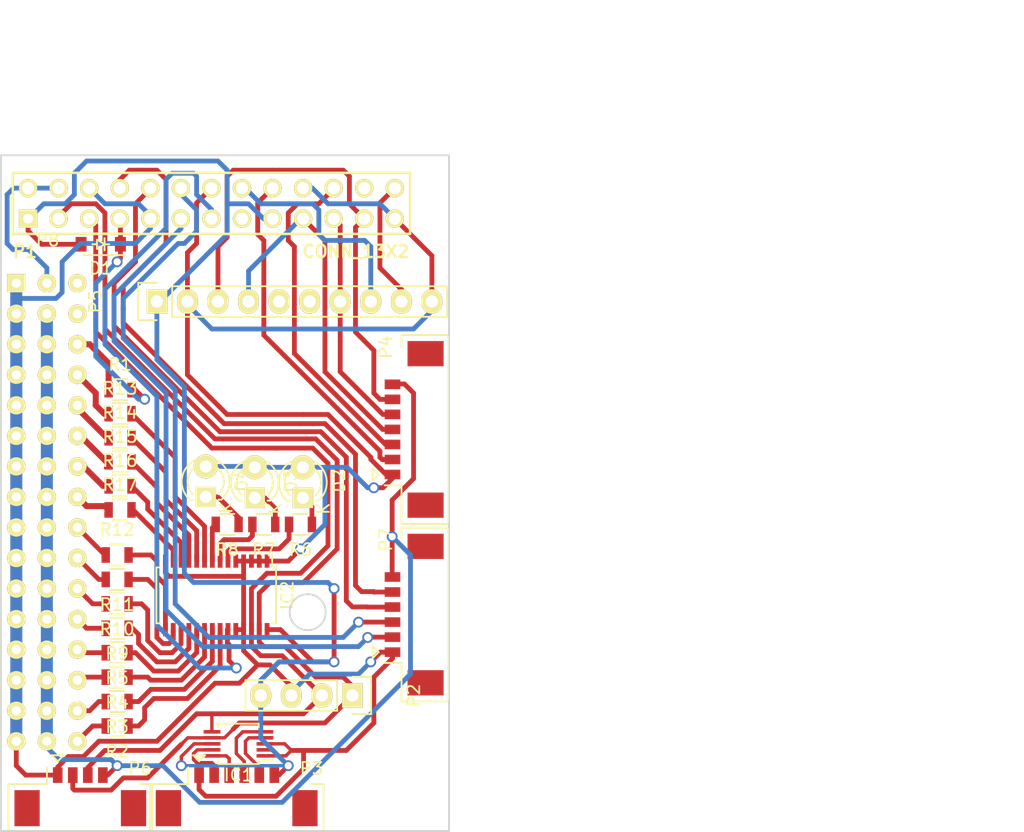
<source format=kicad_pcb>
(kicad_pcb (version 4) (host pcbnew 0.201505120158+5650~23~ubuntu14.04.1-product)

  (general
    (links 128)
    (no_connects 0)
    (area 143.424999 124.924999 180.825001 181.275001)
    (thickness 1.6)
    (drawings 7)
    (tracks 706)
    (zones 0)
    (modules 31)
    (nets 64)
  )

  (page A3)
  (title_block
    (date "15 nov 2012")
  )

  (layers
    (0 F.Cu signal)
    (31 B.Cu signal)
    (32 B.Adhes user)
    (33 F.Adhes user)
    (34 B.Paste user)
    (35 F.Paste user)
    (36 B.SilkS user)
    (37 F.SilkS user)
    (38 B.Mask user)
    (39 F.Mask user)
    (40 Dwgs.User user)
    (41 Cmts.User user)
    (42 Eco1.User user)
    (43 Eco2.User user)
    (44 Edge.Cuts user)
  )

  (setup
    (last_trace_width 0.4)
    (trace_clearance 0.2)
    (zone_clearance 0.508)
    (zone_45_only no)
    (trace_min 0.1524)
    (segment_width 0.15)
    (edge_width 0.15)
    (via_size 0.9)
    (via_drill 0.6)
    (via_min_size 0.8)
    (via_min_drill 0.5)
    (uvia_size 0.5)
    (uvia_drill 0.1)
    (uvias_allowed no)
    (uvia_min_size 0.5)
    (uvia_min_drill 0.1)
    (pcb_text_width 0.3)
    (pcb_text_size 1 1)
    (mod_edge_width 0.15)
    (mod_text_size 1 1)
    (mod_text_width 0.15)
    (pad_size 1 1)
    (pad_drill 0.6)
    (pad_to_mask_clearance 0)
    (aux_axis_origin 143.5 181)
    (visible_elements 7FFCFF7F)
    (pcbplotparams
      (layerselection 0x00030_80000001)
      (usegerberextensions true)
      (excludeedgelayer true)
      (linewidth 0.150000)
      (plotframeref false)
      (viasonmask false)
      (mode 1)
      (useauxorigin false)
      (hpglpennumber 1)
      (hpglpenspeed 20)
      (hpglpendiameter 15)
      (hpglpenoverlay 2)
      (psnegative false)
      (psa4output false)
      (plotreference true)
      (plotvalue true)
      (plotinvisibletext false)
      (padsonsilk false)
      (subtractmaskfromsilk false)
      (outputformat 1)
      (mirror false)
      (drillshape 1)
      (scaleselection 1)
      (outputdirectory ""))
  )

  (net 0 "")
  (net 1 +5V)
  (net 2 GND)
  (net 3 "/GPIO4(PPM)")
  (net 4 +3V3)
  (net 5 "Net-(D2-Pad1)")
  (net 6 "Net-(D3-Pad1)")
  (net 7 "Net-(D4-Pad1)")
  (net 8 "Net-(IC1-Pad2)")
  (net 9 "Net-(IC1-Pad4)")
  (net 10 "Net-(IC1-Pad5)")
  (net 11 "/GPIO1(SCL)")
  (net 12 "/GPIO0(SDA)")
  (net 13 "Net-(IC1-Pad9)")
  (net 14 "Net-(IC1-Pad10)")
  (net 15 "Net-(IC2-Pad6)")
  (net 16 "Net-(IC2-Pad7)")
  (net 17 "Net-(IC2-Pad8)")
  (net 18 "Net-(IC2-Pad9)")
  (net 19 "Net-(IC2-Pad10)")
  (net 20 "Net-(IC2-Pad11)")
  (net 21 "Net-(IC2-Pad12)")
  (net 22 "Net-(IC2-Pad13)")
  (net 23 "Net-(IC2-Pad15)")
  (net 24 "Net-(IC2-Pad16)")
  (net 25 "Net-(IC2-Pad17)")
  (net 26 "Net-(IC2-Pad18)")
  (net 27 "Net-(IC2-Pad19)")
  (net 28 "Net-(IC2-Pad20)")
  (net 29 "Net-(IC2-Pad21)")
  (net 30 "Net-(IC2-Pad22)")
  (net 31 /GPIO27)
  (net 32 /TXD)
  (net 33 /RXD)
  (net 34 /GPIO17)
  (net 35 /GPIO18)
  (net 36 /GPIO22)
  (net 37 /GPIO23)
  (net 38 /GPIO24)
  (net 39 "/GPIO10(MOSI)")
  (net 40 "/GPIO9(MISO)")
  (net 41 /GPIO25)
  (net 42 "/GPIO11(SCLK)")
  (net 43 "/GPIO8(CE0)")
  (net 44 "/GPIO7(CE1)")
  (net 45 /BEC_5V)
  (net 46 "Net-(P5-Pad5)")
  (net 47 "Net-(P5-Pad6)")
  (net 48 "Net-(P8-Pad33)")
  (net 49 "Net-(P8-Pad34)")
  (net 50 "Net-(P8-Pad35)")
  (net 51 /SERVO_S1)
  (net 52 /SERVO_S2)
  (net 53 /SERVO_S3)
  (net 54 /SERVO_S4)
  (net 55 /SERVO_S5)
  (net 56 /SERVO_S6)
  (net 57 /SERVO_S7)
  (net 58 /SERVO_S8)
  (net 59 /SERVO_S9)
  (net 60 /SERVO_S10)
  (net 61 /SERVO_S11)
  (net 62 /SERVO_S12)
  (net 63 /SERVO_S13)

  (net_class Default "This is the default net class."
    (clearance 0.2)
    (trace_width 0.4)
    (via_dia 0.9)
    (via_drill 0.6)
    (uvia_dia 0.5)
    (uvia_drill 0.1)
    (add_net +5V)
    (add_net /BEC_5V)
    (add_net "/GPIO10(MOSI)")
    (add_net "/GPIO11(SCLK)")
    (add_net /GPIO17)
    (add_net /GPIO18)
    (add_net /GPIO22)
    (add_net /GPIO23)
    (add_net /GPIO24)
    (add_net /GPIO25)
    (add_net /GPIO27)
    (add_net "/GPIO4(PPM)")
    (add_net "/GPIO7(CE1)")
    (add_net "/GPIO8(CE0)")
    (add_net "/GPIO9(MISO)")
    (add_net /RXD)
    (add_net /SERVO_S1)
    (add_net /SERVO_S10)
    (add_net /SERVO_S11)
    (add_net /SERVO_S12)
    (add_net /SERVO_S13)
    (add_net /SERVO_S2)
    (add_net /SERVO_S3)
    (add_net /SERVO_S4)
    (add_net /SERVO_S5)
    (add_net /SERVO_S6)
    (add_net /SERVO_S7)
    (add_net /SERVO_S8)
    (add_net /SERVO_S9)
    (add_net /TXD)
    (add_net "Net-(D2-Pad1)")
    (add_net "Net-(D3-Pad1)")
    (add_net "Net-(D4-Pad1)")
    (add_net "Net-(IC2-Pad10)")
    (add_net "Net-(IC2-Pad11)")
    (add_net "Net-(IC2-Pad12)")
    (add_net "Net-(IC2-Pad13)")
    (add_net "Net-(IC2-Pad15)")
    (add_net "Net-(IC2-Pad16)")
    (add_net "Net-(IC2-Pad17)")
    (add_net "Net-(IC2-Pad18)")
    (add_net "Net-(IC2-Pad19)")
    (add_net "Net-(IC2-Pad20)")
    (add_net "Net-(IC2-Pad21)")
    (add_net "Net-(IC2-Pad22)")
    (add_net "Net-(IC2-Pad6)")
    (add_net "Net-(IC2-Pad7)")
    (add_net "Net-(IC2-Pad8)")
    (add_net "Net-(IC2-Pad9)")
    (add_net "Net-(P5-Pad5)")
    (add_net "Net-(P5-Pad6)")
    (add_net "Net-(P8-Pad33)")
    (add_net "Net-(P8-Pad34)")
    (add_net "Net-(P8-Pad35)")
  )

  (net_class Power ""
    (clearance 0.5)
    (trace_width 1)
    (via_dia 1)
    (via_drill 0.7)
    (uvia_dia 0.5)
    (uvia_drill 0.1)
  )

  (net_class mini ""
    (clearance 0.2)
    (trace_width 0.28)
    (via_dia 0.9)
    (via_drill 0.6)
    (uvia_dia 0.5)
    (uvia_drill 0.1)
    (add_net +3V3)
    (add_net "/GPIO0(SDA)")
    (add_net "/GPIO1(SCL)")
    (add_net GND)
    (add_net "Net-(IC1-Pad10)")
    (add_net "Net-(IC1-Pad2)")
    (add_net "Net-(IC1-Pad4)")
    (add_net "Net-(IC1-Pad5)")
    (add_net "Net-(IC1-Pad9)")
  )

  (module pin_array_13x2 (layer F.Cu) (tedit 50A55E7A) (tstamp 50A55DA3)
    (at 161 129)
    (descr "Double rangee de contacts 2 x 12 pins")
    (tags CONN)
    (path /554E1667)
    (fp_text reference P1 (at -15.5 4) (layer F.SilkS)
      (effects (font (size 1.016 1.016) (thickness 0.2032)))
    )
    (fp_text value CONN_13X2 (at 12 4) (layer F.SilkS)
      (effects (font (size 1.016 1.016) (thickness 0.2032)))
    )
    (fp_line (start -16.51 2.54) (end 16.51 2.54) (layer F.SilkS) (width 0.2032))
    (fp_line (start 16.51 -2.54) (end -16.51 -2.54) (layer F.SilkS) (width 0.2032))
    (fp_line (start -16.51 -2.54) (end -16.51 2.54) (layer F.SilkS) (width 0.2032))
    (fp_line (start 16.51 2.54) (end 16.51 -2.54) (layer F.SilkS) (width 0.2032))
    (pad 1 thru_hole rect (at -15.24 1.27) (size 1.524 1.524) (drill 0.8128) (layers *.Cu *.Mask F.SilkS)
      (net 4 +3V3))
    (pad 2 thru_hole circle (at -15.24 -1.27) (size 1.524 1.524) (drill 1.016) (layers *.Cu *.Mask F.SilkS)
      (net 1 +5V))
    (pad 3 thru_hole circle (at -12.7 1.27) (size 1.524 1.524) (drill 1.016) (layers *.Cu *.Mask F.SilkS)
      (net 12 "/GPIO0(SDA)"))
    (pad 4 thru_hole circle (at -12.7 -1.27) (size 1.524 1.524) (drill 1.016) (layers *.Cu *.Mask F.SilkS)
      (net 1 +5V))
    (pad 5 thru_hole circle (at -10.16 1.27) (size 1.524 1.524) (drill 1.016) (layers *.Cu *.Mask F.SilkS)
      (net 11 "/GPIO1(SCL)"))
    (pad 6 thru_hole circle (at -10.16 -1.27) (size 1.524 1.524) (drill 1.016) (layers *.Cu *.Mask F.SilkS)
      (net 2 GND))
    (pad 7 thru_hole circle (at -7.62 1.27) (size 1.524 1.524) (drill 1.016) (layers *.Cu *.Mask F.SilkS)
      (net 3 "/GPIO4(PPM)"))
    (pad 8 thru_hole circle (at -7.62 -1.27) (size 1.524 1.524) (drill 1.016) (layers *.Cu *.Mask F.SilkS)
      (net 32 /TXD))
    (pad 9 thru_hole circle (at -5.08 1.27) (size 1.524 1.524) (drill 1.016) (layers *.Cu *.Mask F.SilkS)
      (net 2 GND))
    (pad 10 thru_hole circle (at -5.08 -1.27) (size 1.524 1.524) (drill 1.016) (layers *.Cu *.Mask F.SilkS)
      (net 33 /RXD))
    (pad 11 thru_hole circle (at -2.54 1.27) (size 1.524 1.524) (drill 1.016) (layers *.Cu *.Mask F.SilkS)
      (net 34 /GPIO17))
    (pad 12 thru_hole circle (at -2.54 -1.27) (size 1.524 1.524) (drill 1.016) (layers *.Cu *.Mask F.SilkS)
      (net 35 /GPIO18))
    (pad 13 thru_hole circle (at 0 1.27) (size 1.524 1.524) (drill 1.016) (layers *.Cu *.Mask F.SilkS)
      (net 31 /GPIO27))
    (pad 14 thru_hole circle (at 0 -1.27) (size 1.524 1.524) (drill 1.016) (layers *.Cu *.Mask F.SilkS)
      (net 2 GND))
    (pad 15 thru_hole circle (at 2.54 1.27) (size 1.524 1.524) (drill 1.016) (layers *.Cu *.Mask F.SilkS)
      (net 36 /GPIO22))
    (pad 16 thru_hole circle (at 2.54 -1.27) (size 1.524 1.524) (drill 1.016) (layers *.Cu *.Mask F.SilkS)
      (net 37 /GPIO23))
    (pad 17 thru_hole circle (at 5.08 1.27) (size 1.524 1.524) (drill 1.016) (layers *.Cu *.Mask F.SilkS)
      (net 4 +3V3))
    (pad 18 thru_hole circle (at 5.08 -1.27) (size 1.524 1.524) (drill 1.016) (layers *.Cu *.Mask F.SilkS)
      (net 38 /GPIO24))
    (pad 19 thru_hole circle (at 7.62 1.27) (size 1.524 1.524) (drill 1.016) (layers *.Cu *.Mask F.SilkS)
      (net 39 "/GPIO10(MOSI)"))
    (pad 20 thru_hole circle (at 7.62 -1.27) (size 1.524 1.524) (drill 1.016) (layers *.Cu *.Mask F.SilkS)
      (net 2 GND))
    (pad 21 thru_hole circle (at 10.16 1.27) (size 1.524 1.524) (drill 1.016) (layers *.Cu *.Mask F.SilkS)
      (net 40 "/GPIO9(MISO)"))
    (pad 22 thru_hole circle (at 10.16 -1.27) (size 1.524 1.524) (drill 1.016) (layers *.Cu *.Mask F.SilkS)
      (net 41 /GPIO25))
    (pad 23 thru_hole circle (at 12.7 1.27) (size 1.524 1.524) (drill 1.016) (layers *.Cu *.Mask F.SilkS)
      (net 42 "/GPIO11(SCLK)"))
    (pad 24 thru_hole circle (at 12.7 -1.27) (size 1.524 1.524) (drill 1.016) (layers *.Cu *.Mask F.SilkS)
      (net 43 "/GPIO8(CE0)"))
    (pad 25 thru_hole circle (at 15.24 1.27) (size 1.524 1.524) (drill 1.016) (layers *.Cu *.Mask F.SilkS)
      (net 2 GND))
    (pad 26 thru_hole circle (at 15.24 -1.27) (size 1.524 1.524) (drill 1.016) (layers *.Cu *.Mask F.SilkS)
      (net 44 "/GPIO7(CE1)"))
    (model pin_array/pins_array_13x2.wrl
      (at (xyz 0 0 0))
      (scale (xyz 1 1 1))
      (rotate (xyz 0 0 0))
    )
  )

  (module Diodes_SMD:SOD-123 (layer F.Cu) (tedit 5530FCB9) (tstamp 554F2DE1)
    (at 151.8 132.4 180)
    (descr SOD-123)
    (tags SOD-123)
    (path /554E213D)
    (attr smd)
    (fp_text reference D1 (at 0 -2 180) (layer F.SilkS)
      (effects (font (size 1 1) (thickness 0.15)))
    )
    (fp_text value 1N4148 (at 0 2.1 180) (layer F.Fab)
      (effects (font (size 1 1) (thickness 0.15)))
    )
    (fp_line (start 0.3175 0) (end 0.6985 0) (layer F.SilkS) (width 0.15))
    (fp_line (start -0.6985 0) (end -0.3175 0) (layer F.SilkS) (width 0.15))
    (fp_line (start -0.3175 0) (end 0.3175 -0.381) (layer F.SilkS) (width 0.15))
    (fp_line (start 0.3175 -0.381) (end 0.3175 0.381) (layer F.SilkS) (width 0.15))
    (fp_line (start 0.3175 0.381) (end -0.3175 0) (layer F.SilkS) (width 0.15))
    (fp_line (start -0.3175 -0.508) (end -0.3175 0.508) (layer F.SilkS) (width 0.15))
    (fp_line (start -2.25 -1.05) (end 2.25 -1.05) (layer F.CrtYd) (width 0.05))
    (fp_line (start 2.25 -1.05) (end 2.25 1.05) (layer F.CrtYd) (width 0.05))
    (fp_line (start 2.25 1.05) (end -2.25 1.05) (layer F.CrtYd) (width 0.05))
    (fp_line (start -2.25 -1.05) (end -2.25 1.05) (layer F.CrtYd) (width 0.05))
    (fp_line (start -2 0.9) (end 1.54 0.9) (layer F.SilkS) (width 0.15))
    (fp_line (start -2 -0.9) (end 1.54 -0.9) (layer F.SilkS) (width 0.15))
    (pad 1 smd rect (at -1.635 0 180) (size 0.91 1.22) (layers F.Cu F.Paste F.Mask)
      (net 3 "/GPIO4(PPM)"))
    (pad 2 smd rect (at 1.635 0 180) (size 0.91 1.22) (layers F.Cu F.Paste F.Mask)
      (net 4 +3V3))
  )

  (module LEDs:LED-3MM (layer F.Cu) (tedit 5538DCEE) (tstamp 554F2DE7)
    (at 168.6 153.492 90)
    (descr "LED vertical 3mm")
    (tags "LED-3MM LED 3mm")
    (path /554E2142)
    (fp_text reference D2 (at 1.4 3 90) (layer F.SilkS)
      (effects (font (size 1 1) (thickness 0.15)))
    )
    (fp_text value YELLOW (at 0.65 -2.85 90) (layer F.Fab)
      (effects (font (size 1 1) (thickness 0.15)))
    )
    (fp_line (start 3.8 -2.25) (end 3.8 2.3) (layer F.CrtYd) (width 0.05))
    (fp_line (start -1.1 -2.25) (end -1.1 2.3) (layer F.CrtYd) (width 0.05))
    (fp_line (start -1.1 2.3) (end 3.8 2.3) (layer F.CrtYd) (width 0.05))
    (fp_line (start -1.1 -2.25) (end 3.8 -2.25) (layer F.CrtYd) (width 0.05))
    (fp_line (start -0.23 1.28) (end -0.23 1.06) (layer F.SilkS) (width 0.15))
    (fp_line (start -0.23 -1.32) (end -0.23 -1.07) (layer F.SilkS) (width 0.15))
    (fp_arc (start 1.27 0) (end -0.23 -1.32) (angle 110) (layer F.SilkS) (width 0.15))
    (fp_arc (start 1.27 0) (end 0.23 -1.09) (angle 93) (layer F.SilkS) (width 0.15))
    (fp_arc (start 1.28 0) (end 3.02 0.96) (angle 110) (layer F.SilkS) (width 0.15))
    (fp_arc (start 1.27 0) (end 2.44 0.94) (angle 95.5) (layer F.SilkS) (width 0.15))
    (fp_text user K (at -0.9 1.7 90) (layer F.SilkS)
      (effects (font (size 1 1) (thickness 0.15)))
    )
    (pad 1 thru_hole rect (at 0 0 180) (size 1.69926 1.69926) (drill 1.00076) (layers *.Cu *.Mask F.SilkS)
      (net 5 "Net-(D2-Pad1)"))
    (pad 2 thru_hole circle (at 2.54 0 90) (size 1.99898 1.99898) (drill 1.00076) (layers *.Cu *.Mask F.SilkS)
      (net 2 GND))
    (model LEDs.3dshapes/LED-3MM.wrl
      (at (xyz 0.05 0 0))
      (scale (xyz 1 1 1))
      (rotate (xyz 0 0 180))
    )
  )

  (module LEDs:LED-3MM (layer F.Cu) (tedit 5538DCEE) (tstamp 554F2DED)
    (at 164.6 153.492 90)
    (descr "LED vertical 3mm")
    (tags "LED-3MM LED 3mm")
    (path /554E2143)
    (fp_text reference D3 (at 1.4 3 90) (layer F.SilkS)
      (effects (font (size 1 1) (thickness 0.15)))
    )
    (fp_text value RED (at 0.65 -2.85 90) (layer F.Fab)
      (effects (font (size 1 1) (thickness 0.15)))
    )
    (fp_line (start 3.8 -2.25) (end 3.8 2.3) (layer F.CrtYd) (width 0.05))
    (fp_line (start -1.1 -2.25) (end -1.1 2.3) (layer F.CrtYd) (width 0.05))
    (fp_line (start -1.1 2.3) (end 3.8 2.3) (layer F.CrtYd) (width 0.05))
    (fp_line (start -1.1 -2.25) (end 3.8 -2.25) (layer F.CrtYd) (width 0.05))
    (fp_line (start -0.23 1.28) (end -0.23 1.06) (layer F.SilkS) (width 0.15))
    (fp_line (start -0.23 -1.32) (end -0.23 -1.07) (layer F.SilkS) (width 0.15))
    (fp_arc (start 1.27 0) (end -0.23 -1.32) (angle 110) (layer F.SilkS) (width 0.15))
    (fp_arc (start 1.27 0) (end 0.23 -1.09) (angle 93) (layer F.SilkS) (width 0.15))
    (fp_arc (start 1.28 0) (end 3.02 0.96) (angle 110) (layer F.SilkS) (width 0.15))
    (fp_arc (start 1.27 0) (end 2.44 0.94) (angle 95.5) (layer F.SilkS) (width 0.15))
    (fp_text user K (at -0.9 1.7 90) (layer F.SilkS)
      (effects (font (size 1 1) (thickness 0.15)))
    )
    (pad 1 thru_hole rect (at 0 0 180) (size 1.69926 1.69926) (drill 1.00076) (layers *.Cu *.Mask F.SilkS)
      (net 6 "Net-(D3-Pad1)"))
    (pad 2 thru_hole circle (at 2.54 0 90) (size 1.99898 1.99898) (drill 1.00076) (layers *.Cu *.Mask F.SilkS)
      (net 2 GND))
    (model LEDs.3dshapes/LED-3MM.wrl
      (at (xyz 0.05 0 0))
      (scale (xyz 1 1 1))
      (rotate (xyz 0 0 180))
    )
  )

  (module LEDs:LED-3MM (layer F.Cu) (tedit 5538DCEE) (tstamp 554F2DF3)
    (at 160.528 153.416 90)
    (descr "LED vertical 3mm")
    (tags "LED-3MM LED 3mm")
    (path /554E2147)
    (fp_text reference D4 (at 1.4 3 90) (layer F.SilkS)
      (effects (font (size 1 1) (thickness 0.15)))
    )
    (fp_text value BLUE (at 0.65 -2.85 90) (layer F.Fab)
      (effects (font (size 1 1) (thickness 0.15)))
    )
    (fp_line (start 3.8 -2.25) (end 3.8 2.3) (layer F.CrtYd) (width 0.05))
    (fp_line (start -1.1 -2.25) (end -1.1 2.3) (layer F.CrtYd) (width 0.05))
    (fp_line (start -1.1 2.3) (end 3.8 2.3) (layer F.CrtYd) (width 0.05))
    (fp_line (start -1.1 -2.25) (end 3.8 -2.25) (layer F.CrtYd) (width 0.05))
    (fp_line (start -0.23 1.28) (end -0.23 1.06) (layer F.SilkS) (width 0.15))
    (fp_line (start -0.23 -1.32) (end -0.23 -1.07) (layer F.SilkS) (width 0.15))
    (fp_arc (start 1.27 0) (end -0.23 -1.32) (angle 110) (layer F.SilkS) (width 0.15))
    (fp_arc (start 1.27 0) (end 0.23 -1.09) (angle 93) (layer F.SilkS) (width 0.15))
    (fp_arc (start 1.28 0) (end 3.02 0.96) (angle 110) (layer F.SilkS) (width 0.15))
    (fp_arc (start 1.27 0) (end 2.44 0.94) (angle 95.5) (layer F.SilkS) (width 0.15))
    (fp_text user K (at -0.9 1.7 90) (layer F.SilkS)
      (effects (font (size 1 1) (thickness 0.15)))
    )
    (pad 1 thru_hole rect (at 0 0 180) (size 1.69926 1.69926) (drill 1.00076) (layers *.Cu *.Mask F.SilkS)
      (net 7 "Net-(D4-Pad1)"))
    (pad 2 thru_hole circle (at 2.54 0 90) (size 1.99898 1.99898) (drill 1.00076) (layers *.Cu *.Mask F.SilkS)
      (net 2 GND))
    (model LEDs.3dshapes/LED-3MM.wrl
      (at (xyz 0.05 0 0))
      (scale (xyz 1 1 1))
      (rotate (xyz 0 0 180))
    )
  )

  (module Housings_SSOP:TSSOP-28_4.4x9.7mm_Pitch0.65mm (layer F.Cu) (tedit 54130A77) (tstamp 554F2E25)
    (at 161.4 161.6 270)
    (descr "TSSOP28: plastic thin shrink small outline package; 28 leads; body width 4.4 mm; (see NXP SSOP-TSSOP-VSO-REFLOW.pdf and sot361-1_po.pdf)")
    (tags "SSOP 0.65")
    (path /554E213F)
    (attr smd)
    (fp_text reference IC2 (at 0 -5.9 270) (layer F.SilkS)
      (effects (font (size 1 1) (thickness 0.15)))
    )
    (fp_text value PCA9685 (at 0 5.9 270) (layer F.Fab)
      (effects (font (size 1 1) (thickness 0.15)))
    )
    (fp_line (start -3.65 -5.15) (end -3.65 5.15) (layer F.CrtYd) (width 0.05))
    (fp_line (start 3.65 -5.15) (end 3.65 5.15) (layer F.CrtYd) (width 0.05))
    (fp_line (start -3.65 -5.15) (end 3.65 -5.15) (layer F.CrtYd) (width 0.05))
    (fp_line (start -3.65 5.15) (end 3.65 5.15) (layer F.CrtYd) (width 0.05))
    (fp_line (start -2.325 -4.975) (end -2.325 -4.65) (layer F.SilkS) (width 0.15))
    (fp_line (start 2.325 -4.975) (end 2.325 -4.65) (layer F.SilkS) (width 0.15))
    (fp_line (start 2.325 4.975) (end 2.325 4.65) (layer F.SilkS) (width 0.15))
    (fp_line (start -2.325 4.975) (end -2.325 4.65) (layer F.SilkS) (width 0.15))
    (fp_line (start -2.325 -4.975) (end 2.325 -4.975) (layer F.SilkS) (width 0.15))
    (fp_line (start -2.325 4.975) (end 2.325 4.975) (layer F.SilkS) (width 0.15))
    (fp_line (start -2.325 -4.65) (end -3.4 -4.65) (layer F.SilkS) (width 0.15))
    (pad 1 smd rect (at -2.85 -4.225 270) (size 1.1 0.4) (layers F.Cu F.Paste F.Mask)
      (net 2 GND))
    (pad 2 smd rect (at -2.85 -3.575 270) (size 1.1 0.4) (layers F.Cu F.Paste F.Mask)
      (net 2 GND))
    (pad 3 smd rect (at -2.85 -2.925 270) (size 1.1 0.4) (layers F.Cu F.Paste F.Mask)
      (net 2 GND))
    (pad 4 smd rect (at -2.85 -2.275 270) (size 1.1 0.4) (layers F.Cu F.Paste F.Mask)
      (net 2 GND))
    (pad 5 smd rect (at -2.85 -1.625 270) (size 1.1 0.4) (layers F.Cu F.Paste F.Mask)
      (net 2 GND))
    (pad 6 smd rect (at -2.85 -0.975 270) (size 1.1 0.4) (layers F.Cu F.Paste F.Mask)
      (net 15 "Net-(IC2-Pad6)"))
    (pad 7 smd rect (at -2.85 -0.325 270) (size 1.1 0.4) (layers F.Cu F.Paste F.Mask)
      (net 16 "Net-(IC2-Pad7)"))
    (pad 8 smd rect (at -2.85 0.325 270) (size 1.1 0.4) (layers F.Cu F.Paste F.Mask)
      (net 17 "Net-(IC2-Pad8)"))
    (pad 9 smd rect (at -2.85 0.975 270) (size 1.1 0.4) (layers F.Cu F.Paste F.Mask)
      (net 18 "Net-(IC2-Pad9)"))
    (pad 10 smd rect (at -2.85 1.625 270) (size 1.1 0.4) (layers F.Cu F.Paste F.Mask)
      (net 19 "Net-(IC2-Pad10)"))
    (pad 11 smd rect (at -2.85 2.275 270) (size 1.1 0.4) (layers F.Cu F.Paste F.Mask)
      (net 20 "Net-(IC2-Pad11)"))
    (pad 12 smd rect (at -2.85 2.925 270) (size 1.1 0.4) (layers F.Cu F.Paste F.Mask)
      (net 21 "Net-(IC2-Pad12)"))
    (pad 13 smd rect (at -2.85 3.575 270) (size 1.1 0.4) (layers F.Cu F.Paste F.Mask)
      (net 22 "Net-(IC2-Pad13)"))
    (pad 14 smd rect (at -2.85 4.225 270) (size 1.1 0.4) (layers F.Cu F.Paste F.Mask)
      (net 2 GND))
    (pad 15 smd rect (at 2.85 4.225 270) (size 1.1 0.4) (layers F.Cu F.Paste F.Mask)
      (net 23 "Net-(IC2-Pad15)"))
    (pad 16 smd rect (at 2.85 3.575 270) (size 1.1 0.4) (layers F.Cu F.Paste F.Mask)
      (net 24 "Net-(IC2-Pad16)"))
    (pad 17 smd rect (at 2.85 2.925 270) (size 1.1 0.4) (layers F.Cu F.Paste F.Mask)
      (net 25 "Net-(IC2-Pad17)"))
    (pad 18 smd rect (at 2.85 2.275 270) (size 1.1 0.4) (layers F.Cu F.Paste F.Mask)
      (net 26 "Net-(IC2-Pad18)"))
    (pad 19 smd rect (at 2.85 1.625 270) (size 1.1 0.4) (layers F.Cu F.Paste F.Mask)
      (net 27 "Net-(IC2-Pad19)"))
    (pad 20 smd rect (at 2.85 0.975 270) (size 1.1 0.4) (layers F.Cu F.Paste F.Mask)
      (net 28 "Net-(IC2-Pad20)"))
    (pad 21 smd rect (at 2.85 0.325 270) (size 1.1 0.4) (layers F.Cu F.Paste F.Mask)
      (net 29 "Net-(IC2-Pad21)"))
    (pad 22 smd rect (at 2.85 -0.325 270) (size 1.1 0.4) (layers F.Cu F.Paste F.Mask)
      (net 30 "Net-(IC2-Pad22)"))
    (pad 23 smd rect (at 2.85 -0.975 270) (size 1.1 0.4) (layers F.Cu F.Paste F.Mask)
      (net 31 /GPIO27))
    (pad 24 smd rect (at 2.85 -1.625 270) (size 1.1 0.4) (layers F.Cu F.Paste F.Mask)
      (net 2 GND))
    (pad 25 smd rect (at 2.85 -2.275 270) (size 1.1 0.4) (layers F.Cu F.Paste F.Mask)
      (net 2 GND))
    (pad 26 smd rect (at 2.85 -2.925 270) (size 1.1 0.4) (layers F.Cu F.Paste F.Mask)
      (net 11 "/GPIO1(SCL)"))
    (pad 27 smd rect (at 2.85 -3.575 270) (size 1.1 0.4) (layers F.Cu F.Paste F.Mask)
      (net 12 "/GPIO0(SDA)"))
    (pad 28 smd rect (at 2.85 -4.225 270) (size 1.1 0.4) (layers F.Cu F.Paste F.Mask)
      (net 4 +3V3))
    (model Housings_SSOP.3dshapes/TSSOP-28_4.4x9.7mm_Pitch0.65mm.wrl
      (at (xyz 0 0 0))
      (scale (xyz 1 1 1))
      (rotate (xyz 0 0 0))
    )
  )

  (module Pin_Headers:Pin_Header_Straight_1x04 (layer F.Cu) (tedit 0) (tstamp 554F2E2D)
    (at 172.72 169.926 270)
    (descr "Through hole pin header")
    (tags "pin header")
    (path /554E2123)
    (fp_text reference P2 (at 0 -5.1 270) (layer F.SilkS)
      (effects (font (size 1 1) (thickness 0.15)))
    )
    (fp_text value BMP180 (at 0 -3.1 270) (layer F.Fab)
      (effects (font (size 1 1) (thickness 0.15)))
    )
    (fp_line (start -1.75 -1.75) (end -1.75 9.4) (layer F.CrtYd) (width 0.05))
    (fp_line (start 1.75 -1.75) (end 1.75 9.4) (layer F.CrtYd) (width 0.05))
    (fp_line (start -1.75 -1.75) (end 1.75 -1.75) (layer F.CrtYd) (width 0.05))
    (fp_line (start -1.75 9.4) (end 1.75 9.4) (layer F.CrtYd) (width 0.05))
    (fp_line (start -1.27 1.27) (end -1.27 8.89) (layer F.SilkS) (width 0.15))
    (fp_line (start 1.27 1.27) (end 1.27 8.89) (layer F.SilkS) (width 0.15))
    (fp_line (start 1.55 -1.55) (end 1.55 0) (layer F.SilkS) (width 0.15))
    (fp_line (start -1.27 8.89) (end 1.27 8.89) (layer F.SilkS) (width 0.15))
    (fp_line (start 1.27 1.27) (end -1.27 1.27) (layer F.SilkS) (width 0.15))
    (fp_line (start -1.55 0) (end -1.55 -1.55) (layer F.SilkS) (width 0.15))
    (fp_line (start -1.55 -1.55) (end 1.55 -1.55) (layer F.SilkS) (width 0.15))
    (pad 1 thru_hole rect (at 0 0 270) (size 2.032 1.7272) (drill 1.016) (layers *.Cu *.Mask F.SilkS)
      (net 12 "/GPIO0(SDA)"))
    (pad 2 thru_hole oval (at 0 2.54 270) (size 2.032 1.7272) (drill 1.016) (layers *.Cu *.Mask F.SilkS)
      (net 11 "/GPIO1(SCL)"))
    (pad 3 thru_hole oval (at 0 5.08 270) (size 2.032 1.7272) (drill 1.016) (layers *.Cu *.Mask F.SilkS)
      (net 2 GND))
    (pad 4 thru_hole oval (at 0 7.62 270) (size 2.032 1.7272) (drill 1.016) (layers *.Cu *.Mask F.SilkS)
      (net 4 +3V3))
    (model Pin_Headers.3dshapes/Pin_Header_Straight_1x04.wrl
      (at (xyz 0 -0.15 0))
      (scale (xyz 1 1 1))
      (rotate (xyz 0 0 90))
    )
  )

  (module Connectors_Molex:Connector_Molex_PicoBlade_53398-0671 (layer F.Cu) (tedit 0) (tstamp 554F2E39)
    (at 163.1 179.3)
    (descr "Molex PicoBlade 1.25mm shrouded header. Vertical, SMD. 6 ways")
    (path /554E215F)
    (fp_text reference P3 (at 6.225 -3.3) (layer F.SilkS)
      (effects (font (size 1 1) (thickness 0.15)))
    )
    (fp_text value ADC (at 0 3.3) (layer F.Fab)
      (effects (font (size 1 1) (thickness 0.15)))
    )
    (fp_line (start -4.025 -3.4) (end -4.025 -2) (layer F.SilkS) (width 0.15))
    (fp_line (start -4.025 -2) (end -7.225 -2) (layer F.SilkS) (width 0.15))
    (fp_line (start -7.225 -2) (end -7.225 1.9) (layer F.SilkS) (width 0.15))
    (fp_line (start -7.225 1.9) (end 7.225 1.9) (layer F.SilkS) (width 0.15))
    (fp_line (start 7.225 1.9) (end 7.225 -2) (layer F.SilkS) (width 0.15))
    (fp_line (start 7.225 -2) (end 6.225 -2) (layer F.SilkS) (width 0.15))
    (fp_line (start -3.125 -3.9) (end -3.625 -4.4) (layer F.SilkS) (width 0.15))
    (fp_line (start -3.625 -4.4) (end -2.625 -4.4) (layer F.SilkS) (width 0.15))
    (fp_line (start -2.625 -4.4) (end -3.125 -3.9) (layer F.SilkS) (width 0.15))
    (fp_line (start -4.625 -2.1) (end -4.625 1.9) (layer F.Adhes) (width 0.2))
    (fp_line (start -4.625 1.9) (end 4.625 1.9) (layer F.Adhes) (width 0.2))
    (fp_line (start 4.625 1.9) (end 4.625 -2.1) (layer F.Adhes) (width 0.2))
    (fp_line (start 4.625 -2.1) (end -4.625 -2.1) (layer F.Adhes) (width 0.2))
    (fp_line (start 4.625 -1.5) (end 6.725 -1.5) (layer F.Adhes) (width 0.2))
    (fp_line (start 6.725 -1.5) (end 6.725 1.5) (layer F.Adhes) (width 0.2))
    (fp_line (start 6.725 1.5) (end 4.625 1.5) (layer F.Adhes) (width 0.2))
    (fp_line (start -4.625 -1.5) (end -6.725 -1.5) (layer F.Adhes) (width 0.2))
    (fp_line (start -6.725 -1.5) (end -6.725 1.5) (layer F.Adhes) (width 0.2))
    (fp_line (start -6.725 1.5) (end -4.625 1.5) (layer F.Adhes) (width 0.2))
    (fp_line (start -4.625 -2.1) (end -3.125 -0.6) (layer F.Adhes) (width 0.2))
    (fp_line (start -3.125 -0.6) (end -1.625 -2.1) (layer F.Adhes) (width 0.2))
    (pad 1 smd rect (at -3.125 -2.75) (size 0.8 1.3) (layers F.Cu F.Paste F.Mask)
      (net 2 GND))
    (pad 2 smd rect (at -1.875 -2.75) (size 0.8 1.3) (layers F.Cu F.Paste F.Mask)
      (net 13 "Net-(IC1-Pad9)"))
    (pad 3 smd rect (at -0.625 -2.75) (size 0.8 1.3) (layers F.Cu F.Paste F.Mask)
      (net 14 "Net-(IC1-Pad10)"))
    (pad 4 smd rect (at 0.625 -2.75) (size 0.8 1.3) (layers F.Cu F.Paste F.Mask)
      (net 10 "Net-(IC1-Pad5)"))
    (pad 5 smd rect (at 1.875 -2.75) (size 0.8 1.3) (layers F.Cu F.Paste F.Mask)
      (net 9 "Net-(IC1-Pad4)"))
    (pad 6 smd rect (at 3.125 -2.75) (size 0.8 1.3) (layers F.Cu F.Paste F.Mask)
      (net 4 +3V3))
    (pad "" smd rect (at -5.675 0) (size 2.1 3) (layers F.Cu F.Paste F.Mask))
    (pad "" smd rect (at 5.675 0) (size 2.1 3) (layers F.Cu F.Paste F.Mask))
  )

  (module Connectors_Molex:Connector_Molex_PicoBlade_53398-0771 (layer F.Cu) (tedit 0) (tstamp 554F2E46)
    (at 178.8 147.8 90)
    (descr "Molex PicoBlade 1.25mm shrouded header. Vertical, SMD. 7 ways")
    (path /554E2164)
    (fp_text reference P4 (at 6.85 -3.3 90) (layer F.SilkS)
      (effects (font (size 1 1) (thickness 0.15)))
    )
    (fp_text value SPI (at 0 3.3 90) (layer F.Fab)
      (effects (font (size 1 1) (thickness 0.15)))
    )
    (fp_line (start -4.65 -3.4) (end -4.65 -2) (layer F.SilkS) (width 0.15))
    (fp_line (start -4.65 -2) (end -7.85 -2) (layer F.SilkS) (width 0.15))
    (fp_line (start -7.85 -2) (end -7.85 1.9) (layer F.SilkS) (width 0.15))
    (fp_line (start -7.85 1.9) (end 7.85 1.9) (layer F.SilkS) (width 0.15))
    (fp_line (start 7.85 1.9) (end 7.85 -2) (layer F.SilkS) (width 0.15))
    (fp_line (start 7.85 -2) (end 6.85 -2) (layer F.SilkS) (width 0.15))
    (fp_line (start -3.75 -3.9) (end -4.25 -4.4) (layer F.SilkS) (width 0.15))
    (fp_line (start -4.25 -4.4) (end -3.25 -4.4) (layer F.SilkS) (width 0.15))
    (fp_line (start -3.25 -4.4) (end -3.75 -3.9) (layer F.SilkS) (width 0.15))
    (fp_line (start -5.25 -2.1) (end -5.25 1.9) (layer F.Adhes) (width 0.2))
    (fp_line (start -5.25 1.9) (end 5.25 1.9) (layer F.Adhes) (width 0.2))
    (fp_line (start 5.25 1.9) (end 5.25 -2.1) (layer F.Adhes) (width 0.2))
    (fp_line (start 5.25 -2.1) (end -5.25 -2.1) (layer F.Adhes) (width 0.2))
    (fp_line (start 5.25 -1.5) (end 7.35 -1.5) (layer F.Adhes) (width 0.2))
    (fp_line (start 7.35 -1.5) (end 7.35 1.5) (layer F.Adhes) (width 0.2))
    (fp_line (start 7.35 1.5) (end 5.25 1.5) (layer F.Adhes) (width 0.2))
    (fp_line (start -5.25 -1.5) (end -7.35 -1.5) (layer F.Adhes) (width 0.2))
    (fp_line (start -7.35 -1.5) (end -7.35 1.5) (layer F.Adhes) (width 0.2))
    (fp_line (start -7.35 1.5) (end -5.25 1.5) (layer F.Adhes) (width 0.2))
    (fp_line (start -5.25 -2.1) (end -3.75 -0.6) (layer F.Adhes) (width 0.2))
    (fp_line (start -3.75 -0.6) (end -2.25 -2.1) (layer F.Adhes) (width 0.2))
    (pad 1 smd rect (at -3.75 -2.75 90) (size 0.8 1.3) (layers F.Cu F.Paste F.Mask)
      (net 2 GND))
    (pad 2 smd rect (at -2.5 -2.75 90) (size 0.8 1.3) (layers F.Cu F.Paste F.Mask)
      (net 38 /GPIO24))
    (pad 3 smd rect (at -1.25 -2.75 90) (size 0.8 1.3) (layers F.Cu F.Paste F.Mask)
      (net 41 /GPIO25))
    (pad 4 smd rect (at 0 -2.75 90) (size 0.8 1.3) (layers F.Cu F.Paste F.Mask)
      (net 39 "/GPIO10(MOSI)"))
    (pad 5 smd rect (at 1.25 -2.75 90) (size 0.8 1.3) (layers F.Cu F.Paste F.Mask)
      (net 40 "/GPIO9(MISO)"))
    (pad 6 smd rect (at 2.5 -2.75 90) (size 0.8 1.3) (layers F.Cu F.Paste F.Mask)
      (net 42 "/GPIO11(SCLK)"))
    (pad 7 smd rect (at 3.75 -2.75 90) (size 0.8 1.3) (layers F.Cu F.Paste F.Mask)
      (net 45 /BEC_5V))
    (pad "" smd rect (at -6.3 0 90) (size 2.1 3) (layers F.Cu F.Paste F.Mask))
    (pad "" smd rect (at 6.3 0 90) (size 2.1 3) (layers F.Cu F.Paste F.Mask))
  )

  (module Pin_Headers:Pin_Header_Straight_1x10 (layer F.Cu) (tedit 0) (tstamp 554F2E54)
    (at 156.464 137.16 90)
    (descr "Through hole pin header")
    (tags "pin header")
    (path /554E2120)
    (fp_text reference P5 (at 0 -5.1 90) (layer F.SilkS)
      (effects (font (size 1 1) (thickness 0.15)))
    )
    (fp_text value MPU9250 (at 0 -3.1 90) (layer F.Fab)
      (effects (font (size 1 1) (thickness 0.15)))
    )
    (fp_line (start -1.75 -1.75) (end -1.75 24.65) (layer F.CrtYd) (width 0.05))
    (fp_line (start 1.75 -1.75) (end 1.75 24.65) (layer F.CrtYd) (width 0.05))
    (fp_line (start -1.75 -1.75) (end 1.75 -1.75) (layer F.CrtYd) (width 0.05))
    (fp_line (start -1.75 24.65) (end 1.75 24.65) (layer F.CrtYd) (width 0.05))
    (fp_line (start 1.27 1.27) (end 1.27 24.13) (layer F.SilkS) (width 0.15))
    (fp_line (start 1.27 24.13) (end -1.27 24.13) (layer F.SilkS) (width 0.15))
    (fp_line (start -1.27 24.13) (end -1.27 1.27) (layer F.SilkS) (width 0.15))
    (fp_line (start 1.55 -1.55) (end 1.55 0) (layer F.SilkS) (width 0.15))
    (fp_line (start 1.27 1.27) (end -1.27 1.27) (layer F.SilkS) (width 0.15))
    (fp_line (start -1.55 0) (end -1.55 -1.55) (layer F.SilkS) (width 0.15))
    (fp_line (start -1.55 -1.55) (end 1.55 -1.55) (layer F.SilkS) (width 0.15))
    (pad 1 thru_hole rect (at 0 0 90) (size 2.032 1.7272) (drill 1.016) (layers *.Cu *.Mask F.SilkS)
      (net 4 +3V3))
    (pad 2 thru_hole oval (at 0 2.54 90) (size 2.032 1.7272) (drill 1.016) (layers *.Cu *.Mask F.SilkS)
      (net 2 GND))
    (pad 3 thru_hole oval (at 0 5.08 90) (size 2.032 1.7272) (drill 1.016) (layers *.Cu *.Mask F.SilkS)
      (net 42 "/GPIO11(SCLK)"))
    (pad 4 thru_hole oval (at 0 7.62 90) (size 2.032 1.7272) (drill 1.016) (layers *.Cu *.Mask F.SilkS)
      (net 39 "/GPIO10(MOSI)"))
    (pad 5 thru_hole oval (at 0 10.16 90) (size 2.032 1.7272) (drill 1.016) (layers *.Cu *.Mask F.SilkS)
      (net 46 "Net-(P5-Pad5)"))
    (pad 6 thru_hole oval (at 0 12.7 90) (size 2.032 1.7272) (drill 1.016) (layers *.Cu *.Mask F.SilkS)
      (net 47 "Net-(P5-Pad6)"))
    (pad 7 thru_hole oval (at 0 15.24 90) (size 2.032 1.7272) (drill 1.016) (layers *.Cu *.Mask F.SilkS)
      (net 40 "/GPIO9(MISO)"))
    (pad 8 thru_hole oval (at 0 17.78 90) (size 2.032 1.7272) (drill 1.016) (layers *.Cu *.Mask F.SilkS)
      (net 37 /GPIO23))
    (pad 9 thru_hole oval (at 0 20.32 90) (size 2.032 1.7272) (drill 1.016) (layers *.Cu *.Mask F.SilkS)
      (net 44 "/GPIO7(CE1)"))
    (pad 10 thru_hole oval (at 0 22.86 90) (size 2.032 1.7272) (drill 1.016) (layers *.Cu *.Mask F.SilkS)
      (net 2 GND))
    (model Pin_Headers.3dshapes/Pin_Header_Straight_1x10.wrl
      (at (xyz 0 -0.45 0))
      (scale (xyz 1 1 1))
      (rotate (xyz 0 0 90))
    )
  )

  (module Connectors_Molex:Connector_Molex_PicoBlade_53398-0471 (layer F.Cu) (tedit 0) (tstamp 554F2E5E)
    (at 150.1 179.3)
    (descr "Molex PicoBlade 1.25mm shrouded header. Vertical, SMD. 4 ways")
    (path /554E215A)
    (fp_text reference P6 (at 4.975 -3.3) (layer F.SilkS)
      (effects (font (size 1 1) (thickness 0.15)))
    )
    (fp_text value I2C (at 0 3.3) (layer F.Fab)
      (effects (font (size 1 1) (thickness 0.15)))
    )
    (fp_line (start -2.775 -3.4) (end -2.775 -2) (layer F.SilkS) (width 0.15))
    (fp_line (start -2.775 -2) (end -5.975 -2) (layer F.SilkS) (width 0.15))
    (fp_line (start -5.975 -2) (end -5.975 1.9) (layer F.SilkS) (width 0.15))
    (fp_line (start -5.975 1.9) (end 5.975 1.9) (layer F.SilkS) (width 0.15))
    (fp_line (start 5.975 1.9) (end 5.975 -2) (layer F.SilkS) (width 0.15))
    (fp_line (start 5.975 -2) (end 4.975 -2) (layer F.SilkS) (width 0.15))
    (fp_line (start -1.875 -3.9) (end -2.375 -4.4) (layer F.SilkS) (width 0.15))
    (fp_line (start -2.375 -4.4) (end -1.375 -4.4) (layer F.SilkS) (width 0.15))
    (fp_line (start -1.375 -4.4) (end -1.875 -3.9) (layer F.SilkS) (width 0.15))
    (fp_line (start -3.375 -2.1) (end -3.375 1.9) (layer F.Adhes) (width 0.2))
    (fp_line (start -3.375 1.9) (end 3.375 1.9) (layer F.Adhes) (width 0.2))
    (fp_line (start 3.375 1.9) (end 3.375 -2.1) (layer F.Adhes) (width 0.2))
    (fp_line (start 3.375 -2.1) (end -3.375 -2.1) (layer F.Adhes) (width 0.2))
    (fp_line (start 3.375 -1.5) (end 5.475 -1.5) (layer F.Adhes) (width 0.2))
    (fp_line (start 5.475 -1.5) (end 5.475 1.5) (layer F.Adhes) (width 0.2))
    (fp_line (start 5.475 1.5) (end 3.375 1.5) (layer F.Adhes) (width 0.2))
    (fp_line (start -3.375 -1.5) (end -5.475 -1.5) (layer F.Adhes) (width 0.2))
    (fp_line (start -5.475 -1.5) (end -5.475 1.5) (layer F.Adhes) (width 0.2))
    (fp_line (start -5.475 1.5) (end -3.375 1.5) (layer F.Adhes) (width 0.2))
    (fp_line (start -3.375 -2.1) (end -1.875 -0.6) (layer F.Adhes) (width 0.2))
    (fp_line (start -1.875 -0.6) (end -0.375 -2.1) (layer F.Adhes) (width 0.2))
    (pad 1 smd rect (at -1.875 -2.75) (size 0.8 1.3) (layers F.Cu F.Paste F.Mask)
      (net 2 GND))
    (pad 2 smd rect (at -0.625 -2.75) (size 0.8 1.3) (layers F.Cu F.Paste F.Mask)
      (net 12 "/GPIO0(SDA)"))
    (pad 3 smd rect (at 0.625 -2.75) (size 0.8 1.3) (layers F.Cu F.Paste F.Mask)
      (net 11 "/GPIO1(SCL)"))
    (pad 4 smd rect (at 1.875 -2.75) (size 0.8 1.3) (layers F.Cu F.Paste F.Mask)
      (net 45 /BEC_5V))
    (pad "" smd rect (at -4.425 0) (size 2.1 3) (layers F.Cu F.Paste F.Mask))
    (pad "" smd rect (at 4.425 0) (size 2.1 3) (layers F.Cu F.Paste F.Mask))
  )

  (module Connectors_Molex:Connector_Molex_PicoBlade_53398-0671 (layer F.Cu) (tedit 0) (tstamp 554F2E6A)
    (at 178.8 163.2 90)
    (descr "Molex PicoBlade 1.25mm shrouded header. Vertical, SMD. 6 ways")
    (path /554E2162)
    (fp_text reference P7 (at 6.225 -3.3 90) (layer F.SilkS)
      (effects (font (size 1 1) (thickness 0.15)))
    )
    (fp_text value UART (at 0 3.3 90) (layer F.Fab)
      (effects (font (size 1 1) (thickness 0.15)))
    )
    (fp_line (start -4.025 -3.4) (end -4.025 -2) (layer F.SilkS) (width 0.15))
    (fp_line (start -4.025 -2) (end -7.225 -2) (layer F.SilkS) (width 0.15))
    (fp_line (start -7.225 -2) (end -7.225 1.9) (layer F.SilkS) (width 0.15))
    (fp_line (start -7.225 1.9) (end 7.225 1.9) (layer F.SilkS) (width 0.15))
    (fp_line (start 7.225 1.9) (end 7.225 -2) (layer F.SilkS) (width 0.15))
    (fp_line (start 7.225 -2) (end 6.225 -2) (layer F.SilkS) (width 0.15))
    (fp_line (start -3.125 -3.9) (end -3.625 -4.4) (layer F.SilkS) (width 0.15))
    (fp_line (start -3.625 -4.4) (end -2.625 -4.4) (layer F.SilkS) (width 0.15))
    (fp_line (start -2.625 -4.4) (end -3.125 -3.9) (layer F.SilkS) (width 0.15))
    (fp_line (start -4.625 -2.1) (end -4.625 1.9) (layer F.Adhes) (width 0.2))
    (fp_line (start -4.625 1.9) (end 4.625 1.9) (layer F.Adhes) (width 0.2))
    (fp_line (start 4.625 1.9) (end 4.625 -2.1) (layer F.Adhes) (width 0.2))
    (fp_line (start 4.625 -2.1) (end -4.625 -2.1) (layer F.Adhes) (width 0.2))
    (fp_line (start 4.625 -1.5) (end 6.725 -1.5) (layer F.Adhes) (width 0.2))
    (fp_line (start 6.725 -1.5) (end 6.725 1.5) (layer F.Adhes) (width 0.2))
    (fp_line (start 6.725 1.5) (end 4.625 1.5) (layer F.Adhes) (width 0.2))
    (fp_line (start -4.625 -1.5) (end -6.725 -1.5) (layer F.Adhes) (width 0.2))
    (fp_line (start -6.725 -1.5) (end -6.725 1.5) (layer F.Adhes) (width 0.2))
    (fp_line (start -6.725 1.5) (end -4.625 1.5) (layer F.Adhes) (width 0.2))
    (fp_line (start -4.625 -2.1) (end -3.125 -0.6) (layer F.Adhes) (width 0.2))
    (fp_line (start -3.125 -0.6) (end -1.625 -2.1) (layer F.Adhes) (width 0.2))
    (pad 1 smd rect (at -3.125 -2.75 90) (size 0.8 1.3) (layers F.Cu F.Paste F.Mask)
      (net 2 GND))
    (pad 2 smd rect (at -1.875 -2.75 90) (size 0.8 1.3) (layers F.Cu F.Paste F.Mask)
      (net 34 /GPIO17))
    (pad 3 smd rect (at -0.625 -2.75 90) (size 0.8 1.3) (layers F.Cu F.Paste F.Mask)
      (net 35 /GPIO18))
    (pad 4 smd rect (at 0.625 -2.75 90) (size 0.8 1.3) (layers F.Cu F.Paste F.Mask)
      (net 33 /RXD))
    (pad 5 smd rect (at 1.875 -2.75 90) (size 0.8 1.3) (layers F.Cu F.Paste F.Mask)
      (net 32 /TXD))
    (pad 6 smd rect (at 3.125 -2.75 90) (size 0.8 1.3) (layers F.Cu F.Paste F.Mask)
      (net 45 /BEC_5V))
    (pad "" smd rect (at -5.675 0 90) (size 2.1 3) (layers F.Cu F.Paste F.Mask))
    (pad "" smd rect (at 5.675 0 90) (size 2.1 3) (layers F.Cu F.Paste F.Mask))
  )

  (module Resistors_SMD:R_0805 (layer F.Cu) (tedit 5415CDEB) (tstamp 554F2EA4)
    (at 153.404 144.492)
    (descr "Resistor SMD 0805, reflow soldering, Vishay (see dcrcw.pdf)")
    (tags "resistor 0805")
    (path /554E213C)
    (attr smd)
    (fp_text reference R1 (at 0 -2.1) (layer F.SilkS)
      (effects (font (size 1 1) (thickness 0.15)))
    )
    (fp_text value 1K (at 0 2.1) (layer F.Fab)
      (effects (font (size 1 1) (thickness 0.15)))
    )
    (fp_line (start -1.6 -1) (end 1.6 -1) (layer F.CrtYd) (width 0.05))
    (fp_line (start -1.6 1) (end 1.6 1) (layer F.CrtYd) (width 0.05))
    (fp_line (start -1.6 -1) (end -1.6 1) (layer F.CrtYd) (width 0.05))
    (fp_line (start 1.6 -1) (end 1.6 1) (layer F.CrtYd) (width 0.05))
    (fp_line (start 0.6 0.875) (end -0.6 0.875) (layer F.SilkS) (width 0.15))
    (fp_line (start -0.6 -0.875) (end 0.6 -0.875) (layer F.SilkS) (width 0.15))
    (pad 1 smd rect (at -0.95 0) (size 0.7 1.3) (layers F.Cu F.Paste F.Mask)
      (net 50 "Net-(P8-Pad35)"))
    (pad 2 smd rect (at 0.95 0) (size 0.7 1.3) (layers F.Cu F.Paste F.Mask)
      (net 3 "/GPIO4(PPM)"))
    (model Resistors_SMD.3dshapes/R_0805.wrl
      (at (xyz 0 0 0))
      (scale (xyz 1 1 1))
      (rotate (xyz 0 0 0))
    )
  )

  (module Resistors_SMD:R_0805 (layer F.Cu) (tedit 5415CDEB) (tstamp 554F2EAA)
    (at 153.162 172.466 180)
    (descr "Resistor SMD 0805, reflow soldering, Vishay (see dcrcw.pdf)")
    (tags "resistor 0805")
    (path /554E2157)
    (attr smd)
    (fp_text reference R2 (at 0 -2.1 180) (layer F.SilkS)
      (effects (font (size 1 1) (thickness 0.15)))
    )
    (fp_text value 200 (at 0 2.1 180) (layer F.Fab)
      (effects (font (size 1 1) (thickness 0.15)))
    )
    (fp_line (start -1.6 -1) (end 1.6 -1) (layer F.CrtYd) (width 0.05))
    (fp_line (start -1.6 1) (end 1.6 1) (layer F.CrtYd) (width 0.05))
    (fp_line (start -1.6 -1) (end -1.6 1) (layer F.CrtYd) (width 0.05))
    (fp_line (start 1.6 -1) (end 1.6 1) (layer F.CrtYd) (width 0.05))
    (fp_line (start 0.6 0.875) (end -0.6 0.875) (layer F.SilkS) (width 0.15))
    (fp_line (start -0.6 -0.875) (end 0.6 -0.875) (layer F.SilkS) (width 0.15))
    (pad 1 smd rect (at -0.95 0 180) (size 0.7 1.3) (layers F.Cu F.Paste F.Mask)
      (net 30 "Net-(IC2-Pad22)"))
    (pad 2 smd rect (at 0.95 0 180) (size 0.7 1.3) (layers F.Cu F.Paste F.Mask)
      (net 63 /SERVO_S13))
    (model Resistors_SMD.3dshapes/R_0805.wrl
      (at (xyz 0 0 0))
      (scale (xyz 1 1 1))
      (rotate (xyz 0 0 0))
    )
  )

  (module Resistors_SMD:R_0805 (layer F.Cu) (tedit 5415CDEB) (tstamp 554F2EB0)
    (at 153.162 170.434 180)
    (descr "Resistor SMD 0805, reflow soldering, Vishay (see dcrcw.pdf)")
    (tags "resistor 0805")
    (path /554E2156)
    (attr smd)
    (fp_text reference R3 (at 0 -2.1 180) (layer F.SilkS)
      (effects (font (size 1 1) (thickness 0.15)))
    )
    (fp_text value 200 (at 0 2.1 180) (layer F.Fab)
      (effects (font (size 1 1) (thickness 0.15)))
    )
    (fp_line (start -1.6 -1) (end 1.6 -1) (layer F.CrtYd) (width 0.05))
    (fp_line (start -1.6 1) (end 1.6 1) (layer F.CrtYd) (width 0.05))
    (fp_line (start -1.6 -1) (end -1.6 1) (layer F.CrtYd) (width 0.05))
    (fp_line (start 1.6 -1) (end 1.6 1) (layer F.CrtYd) (width 0.05))
    (fp_line (start 0.6 0.875) (end -0.6 0.875) (layer F.SilkS) (width 0.15))
    (fp_line (start -0.6 -0.875) (end 0.6 -0.875) (layer F.SilkS) (width 0.15))
    (pad 1 smd rect (at -0.95 0 180) (size 0.7 1.3) (layers F.Cu F.Paste F.Mask)
      (net 29 "Net-(IC2-Pad21)"))
    (pad 2 smd rect (at 0.95 0 180) (size 0.7 1.3) (layers F.Cu F.Paste F.Mask)
      (net 62 /SERVO_S12))
    (model Resistors_SMD.3dshapes/R_0805.wrl
      (at (xyz 0 0 0))
      (scale (xyz 1 1 1))
      (rotate (xyz 0 0 0))
    )
  )

  (module Resistors_SMD:R_0805 (layer F.Cu) (tedit 5415CDEB) (tstamp 554F2EB6)
    (at 153.162 168.402 180)
    (descr "Resistor SMD 0805, reflow soldering, Vishay (see dcrcw.pdf)")
    (tags "resistor 0805")
    (path /554E2155)
    (attr smd)
    (fp_text reference R4 (at 0 -2.1 180) (layer F.SilkS)
      (effects (font (size 1 1) (thickness 0.15)))
    )
    (fp_text value 200 (at 0 2.1 180) (layer F.Fab)
      (effects (font (size 1 1) (thickness 0.15)))
    )
    (fp_line (start -1.6 -1) (end 1.6 -1) (layer F.CrtYd) (width 0.05))
    (fp_line (start -1.6 1) (end 1.6 1) (layer F.CrtYd) (width 0.05))
    (fp_line (start -1.6 -1) (end -1.6 1) (layer F.CrtYd) (width 0.05))
    (fp_line (start 1.6 -1) (end 1.6 1) (layer F.CrtYd) (width 0.05))
    (fp_line (start 0.6 0.875) (end -0.6 0.875) (layer F.SilkS) (width 0.15))
    (fp_line (start -0.6 -0.875) (end 0.6 -0.875) (layer F.SilkS) (width 0.15))
    (pad 1 smd rect (at -0.95 0 180) (size 0.7 1.3) (layers F.Cu F.Paste F.Mask)
      (net 28 "Net-(IC2-Pad20)"))
    (pad 2 smd rect (at 0.95 0 180) (size 0.7 1.3) (layers F.Cu F.Paste F.Mask)
      (net 61 /SERVO_S11))
    (model Resistors_SMD.3dshapes/R_0805.wrl
      (at (xyz 0 0 0))
      (scale (xyz 1 1 1))
      (rotate (xyz 0 0 0))
    )
  )

  (module Resistors_SMD:R_0805 (layer F.Cu) (tedit 5415CDEB) (tstamp 554F2EBC)
    (at 153.162 166.37 180)
    (descr "Resistor SMD 0805, reflow soldering, Vishay (see dcrcw.pdf)")
    (tags "resistor 0805")
    (path /554E2154)
    (attr smd)
    (fp_text reference R5 (at 0 -2.1 180) (layer F.SilkS)
      (effects (font (size 1 1) (thickness 0.15)))
    )
    (fp_text value 200 (at 0 2.1 180) (layer F.Fab)
      (effects (font (size 1 1) (thickness 0.15)))
    )
    (fp_line (start -1.6 -1) (end 1.6 -1) (layer F.CrtYd) (width 0.05))
    (fp_line (start -1.6 1) (end 1.6 1) (layer F.CrtYd) (width 0.05))
    (fp_line (start -1.6 -1) (end -1.6 1) (layer F.CrtYd) (width 0.05))
    (fp_line (start 1.6 -1) (end 1.6 1) (layer F.CrtYd) (width 0.05))
    (fp_line (start 0.6 0.875) (end -0.6 0.875) (layer F.SilkS) (width 0.15))
    (fp_line (start -0.6 -0.875) (end 0.6 -0.875) (layer F.SilkS) (width 0.15))
    (pad 1 smd rect (at -0.95 0 180) (size 0.7 1.3) (layers F.Cu F.Paste F.Mask)
      (net 27 "Net-(IC2-Pad19)"))
    (pad 2 smd rect (at 0.95 0 180) (size 0.7 1.3) (layers F.Cu F.Paste F.Mask)
      (net 60 /SERVO_S10))
    (model Resistors_SMD.3dshapes/R_0805.wrl
      (at (xyz 0 0 0))
      (scale (xyz 1 1 1))
      (rotate (xyz 0 0 0))
    )
  )

  (module Resistors_SMD:R_0805 (layer F.Cu) (tedit 5415CDEB) (tstamp 554F2EC2)
    (at 168.402 155.702 180)
    (descr "Resistor SMD 0805, reflow soldering, Vishay (see dcrcw.pdf)")
    (tags "resistor 0805")
    (path /554E2144)
    (attr smd)
    (fp_text reference R6 (at 0 -2.1 180) (layer F.SilkS)
      (effects (font (size 1 1) (thickness 0.15)))
    )
    (fp_text value 200 (at 0 2.1 180) (layer F.Fab)
      (effects (font (size 1 1) (thickness 0.15)))
    )
    (fp_line (start -1.6 -1) (end 1.6 -1) (layer F.CrtYd) (width 0.05))
    (fp_line (start -1.6 1) (end 1.6 1) (layer F.CrtYd) (width 0.05))
    (fp_line (start -1.6 -1) (end -1.6 1) (layer F.CrtYd) (width 0.05))
    (fp_line (start 1.6 -1) (end 1.6 1) (layer F.CrtYd) (width 0.05))
    (fp_line (start 0.6 0.875) (end -0.6 0.875) (layer F.SilkS) (width 0.15))
    (fp_line (start -0.6 -0.875) (end 0.6 -0.875) (layer F.SilkS) (width 0.15))
    (pad 1 smd rect (at -0.95 0 180) (size 0.7 1.3) (layers F.Cu F.Paste F.Mask)
      (net 5 "Net-(D2-Pad1)"))
    (pad 2 smd rect (at 0.95 0 180) (size 0.7 1.3) (layers F.Cu F.Paste F.Mask)
      (net 15 "Net-(IC2-Pad6)"))
    (model Resistors_SMD.3dshapes/R_0805.wrl
      (at (xyz 0 0 0))
      (scale (xyz 1 1 1))
      (rotate (xyz 0 0 0))
    )
  )

  (module Resistors_SMD:R_0805 (layer F.Cu) (tedit 5415CDEB) (tstamp 554F2EC8)
    (at 165.354 155.702 180)
    (descr "Resistor SMD 0805, reflow soldering, Vishay (see dcrcw.pdf)")
    (tags "resistor 0805")
    (path /554E2146)
    (attr smd)
    (fp_text reference R7 (at 0 -2.1 180) (layer F.SilkS)
      (effects (font (size 1 1) (thickness 0.15)))
    )
    (fp_text value 200 (at 0 2.1 180) (layer F.Fab)
      (effects (font (size 1 1) (thickness 0.15)))
    )
    (fp_line (start -1.6 -1) (end 1.6 -1) (layer F.CrtYd) (width 0.05))
    (fp_line (start -1.6 1) (end 1.6 1) (layer F.CrtYd) (width 0.05))
    (fp_line (start -1.6 -1) (end -1.6 1) (layer F.CrtYd) (width 0.05))
    (fp_line (start 1.6 -1) (end 1.6 1) (layer F.CrtYd) (width 0.05))
    (fp_line (start 0.6 0.875) (end -0.6 0.875) (layer F.SilkS) (width 0.15))
    (fp_line (start -0.6 -0.875) (end 0.6 -0.875) (layer F.SilkS) (width 0.15))
    (pad 1 smd rect (at -0.95 0 180) (size 0.7 1.3) (layers F.Cu F.Paste F.Mask)
      (net 6 "Net-(D3-Pad1)"))
    (pad 2 smd rect (at 0.95 0 180) (size 0.7 1.3) (layers F.Cu F.Paste F.Mask)
      (net 16 "Net-(IC2-Pad7)"))
    (model Resistors_SMD.3dshapes/R_0805.wrl
      (at (xyz 0 0 0))
      (scale (xyz 1 1 1))
      (rotate (xyz 0 0 0))
    )
  )

  (module Resistors_SMD:R_0805 (layer F.Cu) (tedit 5415CDEB) (tstamp 554F2ECE)
    (at 162.306 155.702 180)
    (descr "Resistor SMD 0805, reflow soldering, Vishay (see dcrcw.pdf)")
    (tags "resistor 0805")
    (path /554E2145)
    (attr smd)
    (fp_text reference R8 (at 0 -2.1 180) (layer F.SilkS)
      (effects (font (size 1 1) (thickness 0.15)))
    )
    (fp_text value 200 (at 0 2.1 180) (layer F.Fab)
      (effects (font (size 1 1) (thickness 0.15)))
    )
    (fp_line (start -1.6 -1) (end 1.6 -1) (layer F.CrtYd) (width 0.05))
    (fp_line (start -1.6 1) (end 1.6 1) (layer F.CrtYd) (width 0.05))
    (fp_line (start -1.6 -1) (end -1.6 1) (layer F.CrtYd) (width 0.05))
    (fp_line (start 1.6 -1) (end 1.6 1) (layer F.CrtYd) (width 0.05))
    (fp_line (start 0.6 0.875) (end -0.6 0.875) (layer F.SilkS) (width 0.15))
    (fp_line (start -0.6 -0.875) (end 0.6 -0.875) (layer F.SilkS) (width 0.15))
    (pad 1 smd rect (at -0.95 0 180) (size 0.7 1.3) (layers F.Cu F.Paste F.Mask)
      (net 7 "Net-(D4-Pad1)"))
    (pad 2 smd rect (at 0.95 0 180) (size 0.7 1.3) (layers F.Cu F.Paste F.Mask)
      (net 17 "Net-(IC2-Pad8)"))
    (model Resistors_SMD.3dshapes/R_0805.wrl
      (at (xyz 0 0 0))
      (scale (xyz 1 1 1))
      (rotate (xyz 0 0 0))
    )
  )

  (module Resistors_SMD:R_0805 (layer F.Cu) (tedit 5415CDEB) (tstamp 554F2ED4)
    (at 153.162 164.338 180)
    (descr "Resistor SMD 0805, reflow soldering, Vishay (see dcrcw.pdf)")
    (tags "resistor 0805")
    (path /554E2153)
    (attr smd)
    (fp_text reference R9 (at 0 -2.1 180) (layer F.SilkS)
      (effects (font (size 1 1) (thickness 0.15)))
    )
    (fp_text value 200 (at 0 2.1 180) (layer F.Fab)
      (effects (font (size 1 1) (thickness 0.15)))
    )
    (fp_line (start -1.6 -1) (end 1.6 -1) (layer F.CrtYd) (width 0.05))
    (fp_line (start -1.6 1) (end 1.6 1) (layer F.CrtYd) (width 0.05))
    (fp_line (start -1.6 -1) (end -1.6 1) (layer F.CrtYd) (width 0.05))
    (fp_line (start 1.6 -1) (end 1.6 1) (layer F.CrtYd) (width 0.05))
    (fp_line (start 0.6 0.875) (end -0.6 0.875) (layer F.SilkS) (width 0.15))
    (fp_line (start -0.6 -0.875) (end 0.6 -0.875) (layer F.SilkS) (width 0.15))
    (pad 1 smd rect (at -0.95 0 180) (size 0.7 1.3) (layers F.Cu F.Paste F.Mask)
      (net 26 "Net-(IC2-Pad18)"))
    (pad 2 smd rect (at 0.95 0 180) (size 0.7 1.3) (layers F.Cu F.Paste F.Mask)
      (net 59 /SERVO_S9))
    (model Resistors_SMD.3dshapes/R_0805.wrl
      (at (xyz 0 0 0))
      (scale (xyz 1 1 1))
      (rotate (xyz 0 0 0))
    )
  )

  (module Resistors_SMD:R_0805 (layer F.Cu) (tedit 5415CDEB) (tstamp 554F2EDA)
    (at 153.162 162.306 180)
    (descr "Resistor SMD 0805, reflow soldering, Vishay (see dcrcw.pdf)")
    (tags "resistor 0805")
    (path /554E2152)
    (attr smd)
    (fp_text reference R10 (at 0 -2.1 180) (layer F.SilkS)
      (effects (font (size 1 1) (thickness 0.15)))
    )
    (fp_text value 200 (at 0 2.1 180) (layer F.Fab)
      (effects (font (size 1 1) (thickness 0.15)))
    )
    (fp_line (start -1.6 -1) (end 1.6 -1) (layer F.CrtYd) (width 0.05))
    (fp_line (start -1.6 1) (end 1.6 1) (layer F.CrtYd) (width 0.05))
    (fp_line (start -1.6 -1) (end -1.6 1) (layer F.CrtYd) (width 0.05))
    (fp_line (start 1.6 -1) (end 1.6 1) (layer F.CrtYd) (width 0.05))
    (fp_line (start 0.6 0.875) (end -0.6 0.875) (layer F.SilkS) (width 0.15))
    (fp_line (start -0.6 -0.875) (end 0.6 -0.875) (layer F.SilkS) (width 0.15))
    (pad 1 smd rect (at -0.95 0 180) (size 0.7 1.3) (layers F.Cu F.Paste F.Mask)
      (net 25 "Net-(IC2-Pad17)"))
    (pad 2 smd rect (at 0.95 0 180) (size 0.7 1.3) (layers F.Cu F.Paste F.Mask)
      (net 58 /SERVO_S8))
    (model Resistors_SMD.3dshapes/R_0805.wrl
      (at (xyz 0 0 0))
      (scale (xyz 1 1 1))
      (rotate (xyz 0 0 0))
    )
  )

  (module Resistors_SMD:R_0805 (layer F.Cu) (tedit 5415CDEB) (tstamp 554F2EE0)
    (at 153.162 160.274 180)
    (descr "Resistor SMD 0805, reflow soldering, Vishay (see dcrcw.pdf)")
    (tags "resistor 0805")
    (path /554E2151)
    (attr smd)
    (fp_text reference R11 (at 0 -2.1 180) (layer F.SilkS)
      (effects (font (size 1 1) (thickness 0.15)))
    )
    (fp_text value 200 (at 0 2.1 180) (layer F.Fab)
      (effects (font (size 1 1) (thickness 0.15)))
    )
    (fp_line (start -1.6 -1) (end 1.6 -1) (layer F.CrtYd) (width 0.05))
    (fp_line (start -1.6 1) (end 1.6 1) (layer F.CrtYd) (width 0.05))
    (fp_line (start -1.6 -1) (end -1.6 1) (layer F.CrtYd) (width 0.05))
    (fp_line (start 1.6 -1) (end 1.6 1) (layer F.CrtYd) (width 0.05))
    (fp_line (start 0.6 0.875) (end -0.6 0.875) (layer F.SilkS) (width 0.15))
    (fp_line (start -0.6 -0.875) (end 0.6 -0.875) (layer F.SilkS) (width 0.15))
    (pad 1 smd rect (at -0.95 0 180) (size 0.7 1.3) (layers F.Cu F.Paste F.Mask)
      (net 24 "Net-(IC2-Pad16)"))
    (pad 2 smd rect (at 0.95 0 180) (size 0.7 1.3) (layers F.Cu F.Paste F.Mask)
      (net 57 /SERVO_S7))
    (model Resistors_SMD.3dshapes/R_0805.wrl
      (at (xyz 0 0 0))
      (scale (xyz 1 1 1))
      (rotate (xyz 0 0 0))
    )
  )

  (module Resistors_SMD:R_0805 (layer F.Cu) (tedit 5415CDEB) (tstamp 554F2EE6)
    (at 153.162 158.242)
    (descr "Resistor SMD 0805, reflow soldering, Vishay (see dcrcw.pdf)")
    (tags "resistor 0805")
    (path /554E2150)
    (attr smd)
    (fp_text reference R12 (at 0 -2.1) (layer F.SilkS)
      (effects (font (size 1 1) (thickness 0.15)))
    )
    (fp_text value 200 (at 0 2.1) (layer F.Fab)
      (effects (font (size 1 1) (thickness 0.15)))
    )
    (fp_line (start -1.6 -1) (end 1.6 -1) (layer F.CrtYd) (width 0.05))
    (fp_line (start -1.6 1) (end 1.6 1) (layer F.CrtYd) (width 0.05))
    (fp_line (start -1.6 -1) (end -1.6 1) (layer F.CrtYd) (width 0.05))
    (fp_line (start 1.6 -1) (end 1.6 1) (layer F.CrtYd) (width 0.05))
    (fp_line (start 0.6 0.875) (end -0.6 0.875) (layer F.SilkS) (width 0.15))
    (fp_line (start -0.6 -0.875) (end 0.6 -0.875) (layer F.SilkS) (width 0.15))
    (pad 1 smd rect (at -0.95 0) (size 0.7 1.3) (layers F.Cu F.Paste F.Mask)
      (net 56 /SERVO_S6))
    (pad 2 smd rect (at 0.95 0) (size 0.7 1.3) (layers F.Cu F.Paste F.Mask)
      (net 23 "Net-(IC2-Pad15)"))
    (model Resistors_SMD.3dshapes/R_0805.wrl
      (at (xyz 0 0 0))
      (scale (xyz 1 1 1))
      (rotate (xyz 0 0 0))
    )
  )

  (module Resistors_SMD:R_0805 (layer F.Cu) (tedit 5415CDEB) (tstamp 554F2EEC)
    (at 153.404 146.492)
    (descr "Resistor SMD 0805, reflow soldering, Vishay (see dcrcw.pdf)")
    (tags "resistor 0805")
    (path /554E214B)
    (attr smd)
    (fp_text reference R13 (at 0 -2.1) (layer F.SilkS)
      (effects (font (size 1 1) (thickness 0.15)))
    )
    (fp_text value 200 (at 0 2.1) (layer F.Fab)
      (effects (font (size 1 1) (thickness 0.15)))
    )
    (fp_line (start -1.6 -1) (end 1.6 -1) (layer F.CrtYd) (width 0.05))
    (fp_line (start -1.6 1) (end 1.6 1) (layer F.CrtYd) (width 0.05))
    (fp_line (start -1.6 -1) (end -1.6 1) (layer F.CrtYd) (width 0.05))
    (fp_line (start 1.6 -1) (end 1.6 1) (layer F.CrtYd) (width 0.05))
    (fp_line (start 0.6 0.875) (end -0.6 0.875) (layer F.SilkS) (width 0.15))
    (fp_line (start -0.6 -0.875) (end 0.6 -0.875) (layer F.SilkS) (width 0.15))
    (pad 1 smd rect (at -0.95 0) (size 0.7 1.3) (layers F.Cu F.Paste F.Mask)
      (net 51 /SERVO_S1))
    (pad 2 smd rect (at 0.95 0) (size 0.7 1.3) (layers F.Cu F.Paste F.Mask)
      (net 18 "Net-(IC2-Pad9)"))
    (model Resistors_SMD.3dshapes/R_0805.wrl
      (at (xyz 0 0 0))
      (scale (xyz 1 1 1))
      (rotate (xyz 0 0 0))
    )
  )

  (module Resistors_SMD:R_0805 (layer F.Cu) (tedit 5415CDEB) (tstamp 554F2EF2)
    (at 153.404 148.492)
    (descr "Resistor SMD 0805, reflow soldering, Vishay (see dcrcw.pdf)")
    (tags "resistor 0805")
    (path /554E214C)
    (attr smd)
    (fp_text reference R14 (at 0 -2.1) (layer F.SilkS)
      (effects (font (size 1 1) (thickness 0.15)))
    )
    (fp_text value 200 (at 0 2.1) (layer F.Fab)
      (effects (font (size 1 1) (thickness 0.15)))
    )
    (fp_line (start -1.6 -1) (end 1.6 -1) (layer F.CrtYd) (width 0.05))
    (fp_line (start -1.6 1) (end 1.6 1) (layer F.CrtYd) (width 0.05))
    (fp_line (start -1.6 -1) (end -1.6 1) (layer F.CrtYd) (width 0.05))
    (fp_line (start 1.6 -1) (end 1.6 1) (layer F.CrtYd) (width 0.05))
    (fp_line (start 0.6 0.875) (end -0.6 0.875) (layer F.SilkS) (width 0.15))
    (fp_line (start -0.6 -0.875) (end 0.6 -0.875) (layer F.SilkS) (width 0.15))
    (pad 1 smd rect (at -0.95 0) (size 0.7 1.3) (layers F.Cu F.Paste F.Mask)
      (net 52 /SERVO_S2))
    (pad 2 smd rect (at 0.95 0) (size 0.7 1.3) (layers F.Cu F.Paste F.Mask)
      (net 19 "Net-(IC2-Pad10)"))
    (model Resistors_SMD.3dshapes/R_0805.wrl
      (at (xyz 0 0 0))
      (scale (xyz 1 1 1))
      (rotate (xyz 0 0 0))
    )
  )

  (module Resistors_SMD:R_0805 (layer F.Cu) (tedit 5415CDEB) (tstamp 554F2EF8)
    (at 153.404 150.492)
    (descr "Resistor SMD 0805, reflow soldering, Vishay (see dcrcw.pdf)")
    (tags "resistor 0805")
    (path /554E214D)
    (attr smd)
    (fp_text reference R15 (at 0 -2.1) (layer F.SilkS)
      (effects (font (size 1 1) (thickness 0.15)))
    )
    (fp_text value 200 (at 0 2.1) (layer F.Fab)
      (effects (font (size 1 1) (thickness 0.15)))
    )
    (fp_line (start -1.6 -1) (end 1.6 -1) (layer F.CrtYd) (width 0.05))
    (fp_line (start -1.6 1) (end 1.6 1) (layer F.CrtYd) (width 0.05))
    (fp_line (start -1.6 -1) (end -1.6 1) (layer F.CrtYd) (width 0.05))
    (fp_line (start 1.6 -1) (end 1.6 1) (layer F.CrtYd) (width 0.05))
    (fp_line (start 0.6 0.875) (end -0.6 0.875) (layer F.SilkS) (width 0.15))
    (fp_line (start -0.6 -0.875) (end 0.6 -0.875) (layer F.SilkS) (width 0.15))
    (pad 1 smd rect (at -0.95 0) (size 0.7 1.3) (layers F.Cu F.Paste F.Mask)
      (net 53 /SERVO_S3))
    (pad 2 smd rect (at 0.95 0) (size 0.7 1.3) (layers F.Cu F.Paste F.Mask)
      (net 20 "Net-(IC2-Pad11)"))
    (model Resistors_SMD.3dshapes/R_0805.wrl
      (at (xyz 0 0 0))
      (scale (xyz 1 1 1))
      (rotate (xyz 0 0 0))
    )
  )

  (module Resistors_SMD:R_0805 (layer F.Cu) (tedit 5415CDEB) (tstamp 554F2EFE)
    (at 153.404 152.492)
    (descr "Resistor SMD 0805, reflow soldering, Vishay (see dcrcw.pdf)")
    (tags "resistor 0805")
    (path /554E214E)
    (attr smd)
    (fp_text reference R16 (at 0 -2.1) (layer F.SilkS)
      (effects (font (size 1 1) (thickness 0.15)))
    )
    (fp_text value 200 (at 0 2.1) (layer F.Fab)
      (effects (font (size 1 1) (thickness 0.15)))
    )
    (fp_line (start -1.6 -1) (end 1.6 -1) (layer F.CrtYd) (width 0.05))
    (fp_line (start -1.6 1) (end 1.6 1) (layer F.CrtYd) (width 0.05))
    (fp_line (start -1.6 -1) (end -1.6 1) (layer F.CrtYd) (width 0.05))
    (fp_line (start 1.6 -1) (end 1.6 1) (layer F.CrtYd) (width 0.05))
    (fp_line (start 0.6 0.875) (end -0.6 0.875) (layer F.SilkS) (width 0.15))
    (fp_line (start -0.6 -0.875) (end 0.6 -0.875) (layer F.SilkS) (width 0.15))
    (pad 1 smd rect (at -0.95 0) (size 0.7 1.3) (layers F.Cu F.Paste F.Mask)
      (net 54 /SERVO_S4))
    (pad 2 smd rect (at 0.95 0) (size 0.7 1.3) (layers F.Cu F.Paste F.Mask)
      (net 21 "Net-(IC2-Pad12)"))
    (model Resistors_SMD.3dshapes/R_0805.wrl
      (at (xyz 0 0 0))
      (scale (xyz 1 1 1))
      (rotate (xyz 0 0 0))
    )
  )

  (module Resistors_SMD:R_0805 (layer F.Cu) (tedit 5415CDEB) (tstamp 554F2F04)
    (at 153.404 154.492)
    (descr "Resistor SMD 0805, reflow soldering, Vishay (see dcrcw.pdf)")
    (tags "resistor 0805")
    (path /554E214F)
    (attr smd)
    (fp_text reference R17 (at 0 -2.1) (layer F.SilkS)
      (effects (font (size 1 1) (thickness 0.15)))
    )
    (fp_text value 200 (at 0 2.1) (layer F.Fab)
      (effects (font (size 1 1) (thickness 0.15)))
    )
    (fp_line (start -1.6 -1) (end 1.6 -1) (layer F.CrtYd) (width 0.05))
    (fp_line (start -1.6 1) (end 1.6 1) (layer F.CrtYd) (width 0.05))
    (fp_line (start -1.6 -1) (end -1.6 1) (layer F.CrtYd) (width 0.05))
    (fp_line (start 1.6 -1) (end 1.6 1) (layer F.CrtYd) (width 0.05))
    (fp_line (start 0.6 0.875) (end -0.6 0.875) (layer F.SilkS) (width 0.15))
    (fp_line (start -0.6 -0.875) (end 0.6 -0.875) (layer F.SilkS) (width 0.15))
    (pad 1 smd rect (at -0.95 0) (size 0.7 1.3) (layers F.Cu F.Paste F.Mask)
      (net 55 /SERVO_S5))
    (pad 2 smd rect (at 0.95 0) (size 0.7 1.3) (layers F.Cu F.Paste F.Mask)
      (net 22 "Net-(IC2-Pad13)"))
    (model Resistors_SMD.3dshapes/R_0805.wrl
      (at (xyz 0 0 0))
      (scale (xyz 1 1 1))
      (rotate (xyz 0 0 0))
    )
  )

  (module Housings_SSOP:MSOP-10_3x3mm_Pitch0.5mm (layer F.Cu) (tedit 54130A77) (tstamp 5550CD1C)
    (at 163.25 173.95 180)
    (descr "10-Lead Plastic Micro Small Outline Package (MS) [MSOP] (see Microchip Packaging Specification 00000049BS.pdf)")
    (tags "SSOP 0.5")
    (path /554E215C)
    (attr smd)
    (fp_text reference IC1 (at 0 -2.6 180) (layer F.SilkS)
      (effects (font (size 1 1) (thickness 0.15)))
    )
    (fp_text value ADS1115 (at 0 2.6 180) (layer F.Fab)
      (effects (font (size 1 1) (thickness 0.15)))
    )
    (fp_line (start -3.15 -1.85) (end -3.15 1.85) (layer F.CrtYd) (width 0.05))
    (fp_line (start 3.15 -1.85) (end 3.15 1.85) (layer F.CrtYd) (width 0.05))
    (fp_line (start -3.15 -1.85) (end 3.15 -1.85) (layer F.CrtYd) (width 0.05))
    (fp_line (start -3.15 1.85) (end 3.15 1.85) (layer F.CrtYd) (width 0.05))
    (fp_line (start -1.675 -1.675) (end -1.675 -1.375) (layer F.SilkS) (width 0.15))
    (fp_line (start 1.675 -1.675) (end 1.675 -1.375) (layer F.SilkS) (width 0.15))
    (fp_line (start 1.675 1.675) (end 1.675 1.375) (layer F.SilkS) (width 0.15))
    (fp_line (start -1.675 1.675) (end -1.675 1.375) (layer F.SilkS) (width 0.15))
    (fp_line (start -1.675 -1.675) (end 1.675 -1.675) (layer F.SilkS) (width 0.15))
    (fp_line (start -1.675 1.675) (end 1.675 1.675) (layer F.SilkS) (width 0.15))
    (fp_line (start -1.675 -1.375) (end -2.9 -1.375) (layer F.SilkS) (width 0.15))
    (pad 1 smd rect (at -2.2 -1 180) (size 1.4 0.3) (layers F.Cu F.Paste F.Mask)
      (net 2 GND))
    (pad 2 smd rect (at -2.2 -0.5 180) (size 1.4 0.3) (layers F.Cu F.Paste F.Mask)
      (net 8 "Net-(IC1-Pad2)"))
    (pad 3 smd rect (at -2.2 0 180) (size 1.4 0.3) (layers F.Cu F.Paste F.Mask)
      (net 2 GND))
    (pad 4 smd rect (at -2.2 0.5 180) (size 1.4 0.3) (layers F.Cu F.Paste F.Mask)
      (net 9 "Net-(IC1-Pad4)"))
    (pad 5 smd rect (at -2.2 1 180) (size 1.4 0.3) (layers F.Cu F.Paste F.Mask)
      (net 10 "Net-(IC1-Pad5)"))
    (pad 6 smd rect (at 2.2 1 180) (size 1.4 0.3) (layers F.Cu F.Paste F.Mask)
      (net 11 "/GPIO1(SCL)"))
    (pad 7 smd rect (at 2.2 0.5 180) (size 1.4 0.3) (layers F.Cu F.Paste F.Mask)
      (net 12 "/GPIO0(SDA)"))
    (pad 8 smd rect (at 2.2 0 180) (size 1.4 0.3) (layers F.Cu F.Paste F.Mask)
      (net 4 +3V3))
    (pad 9 smd rect (at 2.2 -0.5 180) (size 1.4 0.3) (layers F.Cu F.Paste F.Mask)
      (net 13 "Net-(IC1-Pad9)"))
    (pad 10 smd rect (at 2.2 -1 180) (size 1.4 0.3) (layers F.Cu F.Paste F.Mask)
      (net 14 "Net-(IC1-Pad10)"))
    (model Housings_SSOP.3dshapes/MSOP-10_3x3mm_Pitch0.5mm.wrl
      (at (xyz 0 0 0))
      (scale (xyz 1 1 1))
      (rotate (xyz 0 0 0))
    )
  )

  (module library:Pin_Header_Straight_3x16 (layer F.Cu) (tedit 554F205B) (tstamp 5554B0C6)
    (at 144.78 135.636)
    (path /554E48CD)
    (fp_text reference P8 (at 2.6035 -3.5814) (layer F.SilkS)
      (effects (font (size 1 1) (thickness 0.15)))
    )
    (fp_text value CONN_03X16 (at 2.3241 -1.9558) (layer F.Fab)
      (effects (font (size 1 1) (thickness 0.15)))
    )
    (pad 1 thru_hole rect (at 0 0) (size 1.524 1.524) (drill 0.762) (layers *.Cu *.Mask F.SilkS)
      (net 2 GND))
    (pad 2 thru_hole circle (at 0 2.54) (size 1.524 1.524) (drill 0.762) (layers *.Cu *.Mask F.SilkS)
      (net 2 GND))
    (pad 3 thru_hole circle (at 0 5.08) (size 1.524 1.524) (drill 0.762) (layers *.Cu *.Mask F.SilkS)
      (net 2 GND))
    (pad 4 thru_hole circle (at 0 7.62) (size 1.524 1.524) (drill 0.762) (layers *.Cu *.Mask F.SilkS)
      (net 2 GND))
    (pad 5 thru_hole circle (at 0 10.16) (size 1.524 1.524) (drill 0.762) (layers *.Cu *.Mask F.SilkS)
      (net 2 GND))
    (pad 6 thru_hole circle (at 0 12.7) (size 1.524 1.524) (drill 0.762) (layers *.Cu *.Mask F.SilkS)
      (net 2 GND))
    (pad 7 thru_hole circle (at 0 15.24) (size 1.524 1.524) (drill 0.762) (layers *.Cu *.Mask F.SilkS)
      (net 2 GND))
    (pad 8 thru_hole circle (at 0 17.78) (size 1.524 1.524) (drill 0.762) (layers *.Cu *.Mask F.SilkS)
      (net 2 GND))
    (pad 9 thru_hole circle (at 0 20.32) (size 1.524 1.524) (drill 0.762) (layers *.Cu *.Mask F.SilkS)
      (net 2 GND))
    (pad 10 thru_hole circle (at 0 22.86) (size 1.524 1.524) (drill 0.762) (layers *.Cu *.Mask F.SilkS)
      (net 2 GND))
    (pad 11 thru_hole circle (at 0 25.4) (size 1.524 1.524) (drill 0.762) (layers *.Cu *.Mask F.SilkS)
      (net 2 GND))
    (pad 12 thru_hole circle (at 0 27.94) (size 1.524 1.524) (drill 0.762) (layers *.Cu *.Mask F.SilkS)
      (net 2 GND))
    (pad 13 thru_hole circle (at 0 30.48) (size 1.524 1.524) (drill 0.762) (layers *.Cu *.Mask F.SilkS)
      (net 2 GND))
    (pad 14 thru_hole circle (at 0 33.02) (size 1.524 1.524) (drill 0.762) (layers *.Cu *.Mask F.SilkS)
      (net 2 GND))
    (pad 15 thru_hole circle (at 0 35.56) (size 1.524 1.524) (drill 0.762) (layers *.Cu *.Mask F.SilkS)
      (net 2 GND))
    (pad 16 thru_hole circle (at 0 38.1) (size 1.524 1.524) (drill 0.762) (layers *.Cu *.Mask F.SilkS)
      (net 2 GND))
    (pad 17 thru_hole circle (at 2.54 0) (size 1.524 1.524) (drill 0.762) (layers *.Cu *.Mask F.SilkS)
      (net 1 +5V))
    (pad 18 thru_hole circle (at 2.54 2.54) (size 1.524 1.524) (drill 0.762) (layers *.Cu *.Mask F.SilkS)
      (net 45 /BEC_5V))
    (pad 19 thru_hole circle (at 2.54 5.08) (size 1.524 1.524) (drill 0.762) (layers *.Cu *.Mask F.SilkS)
      (net 45 /BEC_5V))
    (pad 20 thru_hole circle (at 2.54 7.62) (size 1.524 1.524) (drill 0.762) (layers *.Cu *.Mask F.SilkS)
      (net 45 /BEC_5V))
    (pad 21 thru_hole circle (at 2.54 10.16) (size 1.524 1.524) (drill 0.762) (layers *.Cu *.Mask F.SilkS)
      (net 45 /BEC_5V))
    (pad 22 thru_hole circle (at 2.54 12.7) (size 1.524 1.524) (drill 0.762) (layers *.Cu *.Mask F.SilkS)
      (net 45 /BEC_5V))
    (pad 23 thru_hole circle (at 2.54 15.24) (size 1.524 1.524) (drill 0.762) (layers *.Cu *.Mask F.SilkS)
      (net 45 /BEC_5V))
    (pad 24 thru_hole circle (at 2.54 17.78) (size 1.524 1.524) (drill 0.762) (layers *.Cu *.Mask F.SilkS)
      (net 45 /BEC_5V))
    (pad 25 thru_hole circle (at 2.54 20.32) (size 1.524 1.524) (drill 0.762) (layers *.Cu *.Mask F.SilkS)
      (net 45 /BEC_5V))
    (pad 26 thru_hole circle (at 2.54 22.86) (size 1.524 1.524) (drill 0.762) (layers *.Cu *.Mask F.SilkS)
      (net 45 /BEC_5V))
    (pad 27 thru_hole circle (at 2.54 25.4) (size 1.524 1.524) (drill 0.762) (layers *.Cu *.Mask F.SilkS)
      (net 45 /BEC_5V))
    (pad 28 thru_hole circle (at 2.54 27.94) (size 1.524 1.524) (drill 0.762) (layers *.Cu *.Mask F.SilkS)
      (net 45 /BEC_5V))
    (pad 29 thru_hole circle (at 2.54 30.48) (size 1.524 1.524) (drill 0.762) (layers *.Cu *.Mask F.SilkS)
      (net 45 /BEC_5V))
    (pad 30 thru_hole circle (at 2.54 33.02) (size 1.524 1.524) (drill 0.762) (layers *.Cu *.Mask F.SilkS)
      (net 45 /BEC_5V))
    (pad 31 thru_hole circle (at 2.54 35.56) (size 1.524 1.524) (drill 0.762) (layers *.Cu *.Mask F.SilkS)
      (net 45 /BEC_5V))
    (pad 32 thru_hole circle (at 2.54 38.1) (size 1.524 1.524) (drill 0.762) (layers *.Cu *.Mask F.SilkS)
      (net 45 /BEC_5V))
    (pad 33 thru_hole circle (at 5.08 0) (size 1.524 1.524) (drill 0.762) (layers *.Cu *.Mask F.SilkS)
      (net 48 "Net-(P8-Pad33)"))
    (pad 34 thru_hole circle (at 5.08 2.54) (size 1.524 1.524) (drill 0.762) (layers *.Cu *.Mask F.SilkS)
      (net 49 "Net-(P8-Pad34)"))
    (pad 35 thru_hole circle (at 5.08 5.08) (size 1.524 1.524) (drill 0.762) (layers *.Cu *.Mask F.SilkS)
      (net 50 "Net-(P8-Pad35)"))
    (pad 36 thru_hole circle (at 5.08 7.62) (size 1.524 1.524) (drill 0.762) (layers *.Cu *.Mask F.SilkS)
      (net 51 /SERVO_S1))
    (pad 37 thru_hole circle (at 5.08 10.16) (size 1.524 1.524) (drill 0.762) (layers *.Cu *.Mask F.SilkS)
      (net 52 /SERVO_S2))
    (pad 38 thru_hole circle (at 5.08 12.7) (size 1.524 1.524) (drill 0.762) (layers *.Cu *.Mask F.SilkS)
      (net 53 /SERVO_S3))
    (pad 39 thru_hole circle (at 5.08 15.24) (size 1.524 1.524) (drill 0.762) (layers *.Cu *.Mask F.SilkS)
      (net 54 /SERVO_S4))
    (pad 40 thru_hole circle (at 5.08 17.78) (size 1.524 1.524) (drill 0.762) (layers *.Cu *.Mask F.SilkS)
      (net 55 /SERVO_S5))
    (pad 41 thru_hole circle (at 5.08 20.32) (size 1.524 1.524) (drill 0.762) (layers *.Cu *.Mask F.SilkS)
      (net 56 /SERVO_S6))
    (pad 42 thru_hole circle (at 5.08 22.86) (size 1.524 1.524) (drill 0.762) (layers *.Cu *.Mask F.SilkS)
      (net 57 /SERVO_S7))
    (pad 43 thru_hole circle (at 5.08 25.4) (size 1.524 1.524) (drill 0.762) (layers *.Cu *.Mask F.SilkS)
      (net 58 /SERVO_S8))
    (pad 44 thru_hole circle (at 5.08 27.94) (size 1.524 1.524) (drill 0.762) (layers *.Cu *.Mask F.SilkS)
      (net 59 /SERVO_S9))
    (pad 45 thru_hole circle (at 5.08 30.48) (size 1.524 1.524) (drill 0.762) (layers *.Cu *.Mask F.SilkS)
      (net 60 /SERVO_S10))
    (pad 46 thru_hole circle (at 5.08 33.02) (size 1.524 1.524) (drill 0.762) (layers *.Cu *.Mask F.SilkS)
      (net 61 /SERVO_S11))
    (pad 47 thru_hole circle (at 5.08 35.56) (size 1.524 1.524) (drill 0.762) (layers *.Cu *.Mask F.SilkS)
      (net 62 /SERVO_S12))
    (pad 48 thru_hole circle (at 5.08 38.1) (size 1.524 1.524) (drill 0.762) (layers *.Cu *.Mask F.SilkS)
      (net 63 /SERVO_S13))
  )

  (gr_line (start 143.5 125) (end 180.75 125) (angle 90) (layer Edge.Cuts) (width 0.15))
  (dimension 85 (width 0.12) (layer Dwgs.User)
    (gr_text "85.000 mm" (at 186 113.000001) (layer Dwgs.User) (tstamp 5550DE5E)
      (effects (font (size 1 1) (thickness 0.12)))
    )
    (feature1 (pts (xy 228.5 125) (xy 228.5 112.000001)))
    (feature2 (pts (xy 143.5 125) (xy 143.5 112.000001)))
    (crossbar (pts (xy 143.5 114.000001) (xy 228.5 114.000001)))
    (arrow1a (pts (xy 228.5 114.000001) (xy 227.373497 114.586421)))
    (arrow1b (pts (xy 228.5 114.000001) (xy 227.373497 113.413581)))
    (arrow2a (pts (xy 143.5 114.000001) (xy 144.626503 114.586421)))
    (arrow2b (pts (xy 143.5 114.000001) (xy 144.626503 113.413581)))
  )
  (gr_line (start 143.5 181.2) (end 180.75 181.2) (angle 90) (layer Edge.Cuts) (width 0.15))
  (gr_line (start 180.75 181.2) (end 180.75 125) (angle 90) (layer Edge.Cuts) (width 0.15))
  (gr_line (start 143.5 180.45) (end 143.5 181.2) (angle 90) (layer Edge.Cuts) (width 0.15))
  (gr_circle (center 169 163) (end 170.5 163) (layer Edge.Cuts) (width 0.15))
  (gr_line (start 143.5 125) (end 143.5 181) (angle 90) (layer Edge.Cuts) (width 0.15))

  (segment (start 147.32 135.636) (end 147.32 134.366) (width 0.4) (layer B.Cu) (net 1))
  (segment (start 144.558 127.73) (end 145.76 127.73) (width 0.4) (layer B.Cu) (net 1) (tstamp 5554B43D))
  (segment (start 144.018 128.27) (end 144.558 127.73) (width 0.4) (layer B.Cu) (net 1) (tstamp 5554B43C))
  (segment (start 144.018 132.334) (end 144.018 128.27) (width 0.4) (layer B.Cu) (net 1) (tstamp 5554B43B))
  (segment (start 144.526 132.842) (end 144.018 132.334) (width 0.4) (layer B.Cu) (net 1) (tstamp 5554B43A))
  (segment (start 145.796 132.842) (end 144.526 132.842) (width 0.4) (layer B.Cu) (net 1) (tstamp 5554B439))
  (segment (start 147.32 134.366) (end 145.796 132.842) (width 0.4) (layer B.Cu) (net 1) (tstamp 5554B438))
  (segment (start 145.76 127.73) (end 148.3 127.73) (width 0.4) (layer B.Cu) (net 1))
  (segment (start 148.3 127.73) (end 148.332 127.762) (width 0.4) (layer B.Cu) (net 1) (tstamp 5554B433))
  (segment (start 165.45 174.95) (end 167.188 174.95) (width 0.28) (layer F.Cu) (net 2))
  (segment (start 167.188 174.95) (end 167.64 174.498) (width 0.28) (layer F.Cu) (net 2) (tstamp 5554D0B2))
  (segment (start 167.64 174.498) (end 168.148 174.498) (width 0.28) (layer F.Cu) (net 2) (tstamp 5554D0B3))
  (segment (start 165.45 173.95) (end 167.092 173.95) (width 0.28) (layer F.Cu) (net 2))
  (segment (start 167.092 173.95) (end 167.64 174.498) (width 0.28) (layer F.Cu) (net 2) (tstamp 5554D0AC))
  (segment (start 155.92 130.27) (end 155.92 130.012) (width 0.4) (layer B.Cu) (net 2))
  (segment (start 155.92 130.012) (end 154.94 129.032) (width 0.4) (layer B.Cu) (net 2) (tstamp 5554CDC7))
  (segment (start 152.142 129.032) (end 150.84 127.73) (width 0.4) (layer B.Cu) (net 2) (tstamp 5554CDCA))
  (segment (start 154.94 129.032) (end 152.142 129.032) (width 0.4) (layer B.Cu) (net 2) (tstamp 5554CDC9))
  (segment (start 159.004 137.16) (end 159.004 137.414) (width 0.4) (layer B.Cu) (net 2))
  (segment (start 159.004 137.414) (end 161.036 139.446) (width 0.4) (layer B.Cu) (net 2) (tstamp 5554CDB6))
  (segment (start 177.8 139.446) (end 179.324 137.922) (width 0.4) (layer B.Cu) (net 2) (tstamp 5554CDBA))
  (segment (start 161.036 139.446) (end 177.8 139.446) (width 0.4) (layer B.Cu) (net 2) (tstamp 5554CDB8))
  (segment (start 179.324 137.922) (end 179.324 137.16) (width 0.4) (layer B.Cu) (net 2) (tstamp 5554CDBB))
  (segment (start 155.92 130.27) (end 155.92 131.1) (width 0.4) (layer B.Cu) (net 2))
  (segment (start 148.082 136.906) (end 144.78 136.906) (width 0.4) (layer B.Cu) (net 2) (tstamp 5554CD90))
  (segment (start 148.59 136.398) (end 148.082 136.906) (width 0.4) (layer B.Cu) (net 2) (tstamp 5554CD8F))
  (segment (start 148.59 133.858) (end 148.59 136.398) (width 0.4) (layer B.Cu) (net 2) (tstamp 5554CD8D))
  (segment (start 150.114 132.334) (end 148.59 133.858) (width 0.4) (layer B.Cu) (net 2) (tstamp 5554CD8B))
  (segment (start 154.686 132.334) (end 150.114 132.334) (width 0.4) (layer B.Cu) (net 2) (tstamp 5554CD89))
  (segment (start 155.92 131.1) (end 154.686 132.334) (width 0.4) (layer B.Cu) (net 2) (tstamp 5554CD86))
  (segment (start 176.05 151.55) (end 176.05 151.864) (width 0.4) (layer F.Cu) (net 2))
  (segment (start 176.05 151.864) (end 175.26 152.654) (width 0.4) (layer F.Cu) (net 2) (tstamp 5554C8BD))
  (segment (start 173.99 152.654) (end 173.355 152.019) (width 0.4) (layer B.Cu) (net 2) (tstamp 5554C8C2))
  (segment (start 174.498 152.654) (end 173.99 152.654) (width 0.4) (layer B.Cu) (net 2) (tstamp 5554C8C1))
  (via (at 174.498 152.654) (size 0.9) (layers F.Cu B.Cu) (net 2))
  (segment (start 175.26 152.654) (end 174.498 152.654) (width 0.4) (layer F.Cu) (net 2) (tstamp 5554C8BE))
  (segment (start 167.64 169.926) (end 167.64 169.672) (width 0.4) (layer B.Cu) (net 2))
  (segment (start 167.64 169.672) (end 169.164 168.148) (width 0.4) (layer B.Cu) (net 2) (tstamp 5554C81C))
  (segment (start 149.86 175.006) (end 150.368 175.006) (width 0.4) (layer F.Cu) (net 2))
  (segment (start 151.638 173.736) (end 152.654 173.736) (width 0.4) (layer F.Cu) (net 2) (tstamp 5554C77E))
  (segment (start 150.368 175.006) (end 151.638 173.736) (width 0.4) (layer F.Cu) (net 2) (tstamp 5554C77D))
  (segment (start 148.225 176.55) (end 148.225 175.879) (width 0.4) (layer F.Cu) (net 2))
  (segment (start 163.322 168.91) (end 164.846 167.386) (width 0.4) (layer F.Cu) (net 2) (tstamp 5554C768))
  (segment (start 161.29 168.91) (end 163.322 168.91) (width 0.4) (layer F.Cu) (net 2) (tstamp 5554C766))
  (segment (start 156.464 173.736) (end 161.29 168.91) (width 0.4) (layer F.Cu) (net 2) (tstamp 5554C762))
  (segment (start 152.654 173.736) (end 156.464 173.736) (width 0.4) (layer F.Cu) (net 2) (tstamp 5554C781))
  (segment (start 149.098 175.006) (end 149.86 175.006) (width 0.4) (layer F.Cu) (net 2) (tstamp 5554C75E))
  (segment (start 148.225 175.879) (end 149.098 175.006) (width 0.4) (layer F.Cu) (net 2) (tstamp 5554C75C))
  (segment (start 159.975 176.55) (end 159.975 177.755) (width 0.4) (layer F.Cu) (net 2))
  (segment (start 168.656 176.022) (end 168.656 174.498) (width 0.4) (layer F.Cu) (net 2) (tstamp 5554C73C))
  (segment (start 166.37 178.308) (end 168.656 176.022) (width 0.4) (layer F.Cu) (net 2) (tstamp 5554C73A))
  (segment (start 160.528 178.308) (end 166.37 178.308) (width 0.4) (layer F.Cu) (net 2) (tstamp 5554C739))
  (segment (start 159.975 177.755) (end 160.528 178.308) (width 0.4) (layer F.Cu) (net 2) (tstamp 5554C738))
  (segment (start 176.05 166.325) (end 176.05 166.85) (width 0.4) (layer F.Cu) (net 2))
  (segment (start 176.05 166.85) (end 174.498 168.402) (width 0.4) (layer F.Cu) (net 2) (tstamp 5554C71F))
  (segment (start 174.498 168.402) (end 174.498 172.212) (width 0.4) (layer F.Cu) (net 2) (tstamp 5554C722))
  (segment (start 174.498 172.212) (end 172.212 174.498) (width 0.4) (layer F.Cu) (net 2) (tstamp 5554C725))
  (segment (start 172.212 174.498) (end 168.656 174.498) (width 0.4) (layer F.Cu) (net 2) (tstamp 5554C726))
  (segment (start 168.656 174.498) (end 168.148 174.498) (width 0.4) (layer F.Cu) (net 2) (tstamp 5554C740))
  (segment (start 168.148 174.498) (end 167.64 174.498) (width 0.4) (layer F.Cu) (net 2) (tstamp 5554D0B6))
  (segment (start 167.64 169.926) (end 167.52 169.284) (width 0.4) (layer B.Cu) (net 2) (status 10))
  (segment (start 175.051 166.325) (end 176.05 166.325) (width 0.4) (layer F.Cu) (net 2) (tstamp 5554C71B))
  (segment (start 174.244 167.132) (end 175.051 166.325) (width 0.4) (layer F.Cu) (net 2) (tstamp 5554C71A))
  (via (at 174.244 167.132) (size 0.9) (layers F.Cu B.Cu) (net 2))
  (segment (start 173.228 168.148) (end 174.244 167.132) (width 0.4) (layer B.Cu) (net 2) (tstamp 5554C716))
  (segment (start 169.164 168.148) (end 173.228 168.148) (width 0.4) (layer B.Cu) (net 2) (tstamp 5554C81F))
  (segment (start 162.306 160.02) (end 163.675 160.02) (width 0.4) (layer F.Cu) (net 2))
  (segment (start 163.675 164.45) (end 163.675 160.02) (width 0.4) (layer F.Cu) (net 2))
  (segment (start 163.675 160.02) (end 163.675 158.75) (width 0.4) (layer F.Cu) (net 2) (tstamp 5554C560))
  (segment (start 165.1 167.386) (end 164.846 167.386) (width 0.4) (layer F.Cu) (net 2))
  (segment (start 167.52 169.044) (end 167.64 169.926) (width 0.4) (layer F.Cu) (net 2) (tstamp 5554BBF6) (status 20))
  (segment (start 165.862 167.386) (end 167.52 169.044) (width 0.4) (layer F.Cu) (net 2) (tstamp 5554BBF5))
  (segment (start 165.1 167.386) (end 165.862 167.386) (width 0.4) (layer F.Cu) (net 2) (tstamp 5554C544))
  (segment (start 163.675 166.215) (end 163.675 164.45) (width 0.4) (layer F.Cu) (net 2) (tstamp 5554C547))
  (segment (start 164.846 167.386) (end 163.675 166.215) (width 0.4) (layer F.Cu) (net 2) (tstamp 5554C546))
  (segment (start 170.434 153.416) (end 170.434 150.952) (width 0.4) (layer B.Cu) (net 2))
  (segment (start 168.6 150.952) (end 170.434 150.952) (width 0.4) (layer B.Cu) (net 2))
  (segment (start 170.434 150.952) (end 172.288 150.952) (width 0.4) (layer B.Cu) (net 2) (tstamp 5554C417))
  (segment (start 172.288 150.952) (end 173.355 152.019) (width 0.4) (layer B.Cu) (net 2) (tstamp 5554C405))
  (segment (start 168.656 146.558) (end 170.688 146.558) (width 0.4) (layer F.Cu) (net 2))
  (segment (start 174.244 150.114) (end 174.244 150.28147) (width 0.4) (layer F.Cu) (net 2) (tstamp 5554C2F1))
  (segment (start 170.688 146.558) (end 174.244 150.114) (width 0.4) (layer F.Cu) (net 2) (tstamp 5554C2EF))
  (segment (start 174.244 150.28147) (end 174.922265 150.959735) (width 0.4) (layer F.Cu) (net 2) (tstamp 5554C2E6))
  (segment (start 175.51253 151.55) (end 174.922265 150.959735) (width 0.4) (layer F.Cu) (net 2) (tstamp 5554C260))
  (segment (start 176.05 151.55) (end 175.51253 151.55) (width 0.4) (layer F.Cu) (net 2))
  (segment (start 159.004 143.256) (end 159.004 137.16) (width 0.4) (layer F.Cu) (net 2) (tstamp 5554C253))
  (segment (start 162.306 146.558) (end 159.004 143.256) (width 0.4) (layer F.Cu) (net 2) (tstamp 5554C24E))
  (segment (start 168.656 146.558) (end 162.306 146.558) (width 0.4) (layer F.Cu) (net 2) (tstamp 5554C2ED))
  (segment (start 159.004 137.16) (end 159.004 133.096) (width 0.4) (layer F.Cu) (net 2))
  (segment (start 159.004 133.096) (end 159.766 132.334) (width 0.4) (layer F.Cu) (net 2) (tstamp 5554C21B))
  (segment (start 159.766 132.334) (end 159.766 128.964) (width 0.4) (layer F.Cu) (net 2) (tstamp 5554C21E))
  (segment (start 159.766 128.964) (end 161 127.73) (width 0.4) (layer F.Cu) (net 2) (tstamp 5554C220))
  (segment (start 168.6 150.952) (end 169.494 150.952) (width 0.4) (layer B.Cu) (net 2))
  (segment (start 173.228 129.032) (end 170.688 129.032) (width 0.4) (layer B.Cu) (net 2))
  (segment (start 169.386 127.73) (end 168.62 127.73) (width 0.4) (layer B.Cu) (net 2) (tstamp 5554C071))
  (segment (start 170.688 129.032) (end 169.386 127.73) (width 0.4) (layer B.Cu) (net 2) (tstamp 5554C070))
  (segment (start 157.175 158.75) (end 157.175 159.715) (width 0.4) (layer F.Cu) (net 2))
  (segment (start 157.48 160.02) (end 162.306 160.02) (width 0.4) (layer F.Cu) (net 2) (tstamp 5554BED8))
  (segment (start 157.175 159.715) (end 157.48 160.02) (width 0.4) (layer F.Cu) (net 2) (tstamp 5554BED6))
  (segment (start 170.434 153.416) (end 170.434 155.702) (width 0.4) (layer B.Cu) (net 2) (tstamp 5554C413))
  (segment (start 170.434 155.702) (end 170.18 155.956) (width 0.4) (layer B.Cu) (net 2) (tstamp 5554BD07))
  (segment (start 148.225 176.55) (end 145.562 176.55) (width 0.4) (layer F.Cu) (net 2))
  (segment (start 145.562 176.55) (end 144.78 175.768) (width 0.4) (layer F.Cu) (net 2) (tstamp 5554BC15))
  (segment (start 144.78 175.768) (end 144.78 173.736) (width 0.4) (layer F.Cu) (net 2) (tstamp 5554BC17))
  (segment (start 163.675 164.45) (end 163.025 164.45) (width 0.4) (layer F.Cu) (net 2))
  (segment (start 163.025 164.45) (end 163.068 164.493) (width 0.4) (layer F.Cu) (net 2) (tstamp 5554BBEC))
  (segment (start 165.625 158.75) (end 167.386 158.75) (width 0.4) (layer F.Cu) (net 2))
  (segment (start 168.402 157.734) (end 170.18 155.956) (width 0.4) (layer B.Cu) (net 2) (tstamp 5554BBD5))
  (via (at 168.402 157.734) (size 0.9) (layers F.Cu B.Cu) (net 2))
  (segment (start 167.386 158.75) (end 168.402 157.734) (width 0.4) (layer F.Cu) (net 2) (tstamp 5554BBD1))
  (segment (start 179.324 137.16) (end 179.324 133.354) (width 0.4) (layer F.Cu) (net 2))
  (segment (start 179.324 133.354) (end 176.24 130.27) (width 0.4) (layer F.Cu) (net 2) (tstamp 5554BA97))
  (segment (start 168.62 127.73) (end 168.624 127.73) (width 0.4) (layer B.Cu) (net 2))
  (segment (start 173.228 129.032) (end 175.002 129.032) (width 0.4) (layer B.Cu) (net 2) (tstamp 5554C06E))
  (segment (start 175.002 129.032) (end 176.24 130.27) (width 0.4) (layer B.Cu) (net 2) (tstamp 5554BA73))
  (segment (start 161 127.218) (end 161 127.73) (width 0.4) (layer B.Cu) (net 2) (tstamp 5554BA61))
  (segment (start 150.84 127.73) (end 150.844 127.73) (width 0.4) (layer B.Cu) (net 2))
  (segment (start 160.528 150.876) (end 164.524 150.876) (width 0.4) (layer B.Cu) (net 2))
  (segment (start 164.524 150.876) (end 164.6 150.952) (width 0.4) (layer B.Cu) (net 2) (tstamp 5554B418))
  (segment (start 164.6 150.952) (end 169.494 150.952) (width 0.4) (layer B.Cu) (net 2) (tstamp 5554B419))
  (segment (start 163.025 158.75) (end 163.675 158.75) (width 0.4) (layer F.Cu) (net 2))
  (segment (start 163.675 158.75) (end 164.325 158.75) (width 0.4) (layer F.Cu) (net 2) (tstamp 5554B413))
  (segment (start 164.325 158.75) (end 164.975 158.75) (width 0.4) (layer F.Cu) (net 2) (tstamp 5554B414))
  (segment (start 164.975 158.75) (end 165.354 158.75) (width 0.4) (layer F.Cu) (net 2) (tstamp 5554B415))
  (segment (start 165.354 158.75) (end 165.625 158.75) (width 0.4) (layer F.Cu) (net 2) (tstamp 5554B422))
  (segment (start 144.78 150.876) (end 144.78 153.416) (width 1) (layer B.Cu) (net 2))
  (segment (start 144.78 153.416) (end 144.78 155.956) (width 1) (layer B.Cu) (net 2) (tstamp 5554B146))
  (segment (start 144.78 155.956) (end 144.78 158.496) (width 1) (layer B.Cu) (net 2) (tstamp 5554B147))
  (segment (start 144.78 158.496) (end 144.78 161.036) (width 1) (layer B.Cu) (net 2) (tstamp 5554B148))
  (segment (start 144.78 161.036) (end 144.78 163.576) (width 1) (layer B.Cu) (net 2) (tstamp 5554B149))
  (segment (start 144.78 163.576) (end 144.78 166.116) (width 1) (layer B.Cu) (net 2) (tstamp 5554B14A))
  (segment (start 144.78 166.116) (end 144.78 168.656) (width 1) (layer B.Cu) (net 2) (tstamp 5554B14B))
  (segment (start 144.78 168.656) (end 144.78 171.196) (width 1) (layer B.Cu) (net 2) (tstamp 5554B14C))
  (segment (start 144.78 171.196) (end 144.78 173.736) (width 1) (layer B.Cu) (net 2) (tstamp 5554B14D))
  (segment (start 144.78 135.636) (end 144.78 136.906) (width 1) (layer B.Cu) (net 2))
  (segment (start 144.78 136.906) (end 144.78 138.176) (width 1) (layer B.Cu) (net 2) (tstamp 5554CD93))
  (segment (start 144.78 138.176) (end 144.78 140.716) (width 1) (layer B.Cu) (net 2) (tstamp 5554B13F))
  (segment (start 144.78 140.716) (end 144.78 143.256) (width 1) (layer B.Cu) (net 2) (tstamp 5554B140))
  (segment (start 144.78 143.256) (end 144.78 145.796) (width 1) (layer B.Cu) (net 2) (tstamp 5554B141))
  (segment (start 144.78 145.796) (end 144.78 148.336) (width 1) (layer B.Cu) (net 2) (tstamp 5554B142))
  (segment (start 144.78 148.336) (end 144.78 150.876) (width 1) (layer B.Cu) (net 2) (tstamp 5554B143))
  (segment (start 159.004 137.16) (end 159.004 136.92) (width 0.2) (layer F.Cu) (net 2) (status 30))
  (segment (start 178.964 136.8) (end 179.324 137.16) (width 0.2) (layer F.Cu) (net 2) (tstamp 554F7CB8) (status 30))
  (segment (start 176.24 129.64) (end 176.24 130.27) (width 0.2) (layer F.Cu) (net 2) (tstamp 554F79A4))
  (segment (start 179.324 137.16) (end 179.364 137.12) (width 0.2) (layer F.Cu) (net 2) (status 30))
  (segment (start 176.67 130.27) (end 176.24 130.27) (width 0.2) (layer F.Cu) (net 2) (tstamp 554F6F23))
  (segment (start 163.1 158.825) (end 163.025 158.75) (width 0.2) (layer F.Cu) (net 2) (tstamp 554F66CE))
  (segment (start 163 158.775) (end 163.025 158.75) (width 0.2) (layer F.Cu) (net 2) (tstamp 554F66AD))
  (segment (start 176.87 130.27) (end 176.24 130.27) (width 0.2) (layer F.Cu) (net 2) (tstamp 554F5E9E))
  (segment (start 150.84 127.73) (end 150.84 127.84) (width 0.2) (layer B.Cu) (net 2))
  (segment (start 176.24 130.27) (end 176.24 130.24) (width 0.2) (layer B.Cu) (net 2))
  (segment (start 155.92 129.72) (end 155.92 130.27) (width 0.2) (layer F.Cu) (net 2) (tstamp 554F5530))
  (segment (start 155.92 129.92) (end 155.92 130.27) (width 0.2) (layer F.Cu) (net 2) (tstamp 554F54E9))
  (segment (start 159.975 176.55) (end 159.79 176.55) (width 0.2) (layer F.Cu) (net 2) (status 30))
  (segment (start 159.975 176.55) (end 159.975 176.475) (width 0.2) (layer F.Cu) (net 2))
  (segment (start 167.64 169.926) (end 167.64 169.806) (width 0.2) (layer F.Cu) (net 2) (status 30))
  (segment (start 176 151.5) (end 176.05 151.55) (width 0.2) (layer F.Cu) (net 2) (tstamp 5550DA9F))
  (segment (start 152.146 142.494) (end 154.94 145.288) (width 0.4) (layer B.Cu) (net 3))
  (segment (start 155.448 145.288) (end 154.652 144.492) (width 0.4) (layer F.Cu) (net 3) (tstamp 5554C939))
  (via (at 155.448 145.288) (size 0.9) (layers F.Cu B.Cu) (net 3))
  (segment (start 154.94 145.288) (end 155.448 145.288) (width 0.4) (layer B.Cu) (net 3) (tstamp 5554C931))
  (segment (start 154.652 144.492) (end 154.354 144.492) (width 0.4) (layer F.Cu) (net 3) (tstamp 5554C93A))
  (segment (start 153.435 133.585) (end 153.435 132.4) (width 0.4) (layer F.Cu) (net 3) (tstamp 5554BFA7))
  (segment (start 153.162 133.858) (end 153.435 133.585) (width 0.4) (layer F.Cu) (net 3) (tstamp 5554BFA6))
  (via (at 153.162 133.858) (size 0.9) (layers F.Cu B.Cu) (net 3))
  (segment (start 151.384 135.636) (end 153.162 133.858) (width 0.4) (layer B.Cu) (net 3) (tstamp 5554BF77))
  (segment (start 151.384 141.732) (end 151.384 135.636) (width 0.4) (layer B.Cu) (net 3) (tstamp 5554BF70))
  (segment (start 152.146 142.494) (end 151.384 141.732) (width 0.4) (layer B.Cu) (net 3) (tstamp 5554C92F))
  (segment (start 153.435 132.4) (end 153.435 130.325) (width 0.4) (layer F.Cu) (net 3))
  (segment (start 153.435 130.325) (end 153.38 130.27) (width 0.4) (layer F.Cu) (net 3) (tstamp 5554B7CB))
  (segment (start 154.354 144.492) (end 154.054 144.492) (width 0.2) (layer F.Cu) (net 3) (status 30))
  (segment (start 154.354 144.492) (end 154.604 144.492) (width 0.2) (layer F.Cu) (net 3) (status 30))
  (segment (start 163.83 129.032) (end 162.306 129.032) (width 0.4) (layer B.Cu) (net 4))
  (segment (start 145.76 130.27) (end 145.828 130.27) (width 0.4) (layer B.Cu) (net 4))
  (segment (start 145.828 130.27) (end 147.066 129.032) (width 0.4) (layer B.Cu) (net 4) (tstamp 5554CDDB))
  (segment (start 147.066 129.032) (end 148.844 129.032) (width 0.4) (layer B.Cu) (net 4) (tstamp 5554CDDC))
  (segment (start 148.844 129.032) (end 149.606 128.27) (width 0.4) (layer B.Cu) (net 4) (tstamp 5554CDDE))
  (segment (start 149.606 128.27) (end 149.606 126.492) (width 0.4) (layer B.Cu) (net 4) (tstamp 5554CDE0))
  (segment (start 149.606 126.492) (end 150.622 125.476) (width 0.4) (layer B.Cu) (net 4) (tstamp 5554CDE1))
  (segment (start 150.622 125.476) (end 161.544 125.476) (width 0.4) (layer B.Cu) (net 4) (tstamp 5554CDE4))
  (segment (start 161.544 125.476) (end 162.306 126.238) (width 0.4) (layer B.Cu) (net 4) (tstamp 5554CDE5))
  (segment (start 162.306 126.238) (end 162.306 129.032) (width 0.4) (layer B.Cu) (net 4) (tstamp 5554CDEA))
  (segment (start 162.306 129.032) (end 162.306 130.048) (width 0.4) (layer B.Cu) (net 4) (tstamp 5554CDF3))
  (segment (start 161.05 173.95) (end 159.552 173.95) (width 0.28) (layer F.Cu) (net 4))
  (segment (start 158.496 175.768) (end 167.386 175.768) (width 0.28) (layer B.Cu) (net 4) (tstamp 5554CBF2))
  (via (at 158.496 175.768) (size 0.9) (layers F.Cu B.Cu) (net 4))
  (segment (start 158.496 175.006) (end 158.496 175.768) (width 0.28) (layer F.Cu) (net 4) (tstamp 5554CBEF))
  (segment (start 159.552 173.95) (end 158.496 175.006) (width 0.28) (layer F.Cu) (net 4) (tstamp 5554CBEA))
  (segment (start 156.464 137.16) (end 156.464 141.986) (width 0.4) (layer B.Cu) (net 4))
  (segment (start 171.196 161.036) (end 171.196 167.132) (width 0.4) (layer F.Cu) (net 4) (tstamp 5554C9A6))
  (via (at 171.196 161.036) (size 0.9) (layers F.Cu B.Cu) (net 4))
  (segment (start 170.688 160.528) (end 171.196 161.036) (width 0.4) (layer B.Cu) (net 4) (tstamp 5554C99F))
  (segment (start 159.512 160.528) (end 170.688 160.528) (width 0.4) (layer B.Cu) (net 4) (tstamp 5554C99C))
  (segment (start 158.75 159.766) (end 159.512 160.528) (width 0.4) (layer B.Cu) (net 4) (tstamp 5554C97E))
  (segment (start 158.75 144.272) (end 158.75 159.766) (width 0.4) (layer B.Cu) (net 4) (tstamp 5554C97C))
  (segment (start 156.464 141.986) (end 158.75 144.272) (width 0.4) (layer B.Cu) (net 4) (tstamp 5554C97B))
  (segment (start 165.1 169.926) (end 165.1 173.482) (width 0.4) (layer B.Cu) (net 4))
  (segment (start 167.386 175.768) (end 166.604 176.55) (width 0.4) (layer F.Cu) (net 4) (tstamp 5554C88C))
  (via (at 167.386 175.768) (size 0.9) (layers F.Cu B.Cu) (net 4))
  (segment (start 165.1 173.482) (end 167.386 175.768) (width 0.4) (layer B.Cu) (net 4) (tstamp 5554C884))
  (segment (start 166.604 176.55) (end 166.225 176.55) (width 0.4) (layer F.Cu) (net 4) (tstamp 5554C88D))
  (segment (start 165.1 169.926) (end 165.1 168.656) (width 0.4) (layer B.Cu) (net 4))
  (segment (start 165.1 168.656) (end 166.624 167.132) (width 0.4) (layer B.Cu) (net 4) (tstamp 5554C824))
  (segment (start 166.624 167.132) (end 167.386 167.132) (width 0.4) (layer B.Cu) (net 4) (tstamp 5554C825))
  (segment (start 166.624 167.132) (end 166.116 167.64) (width 0.4) (layer B.Cu) (net 4) (tstamp 5554C438))
  (segment (start 171.196 167.132) (end 167.386 167.132) (width 0.4) (layer B.Cu) (net 4) (tstamp 5554C437))
  (via (at 171.196 167.132) (size 0.9) (layers F.Cu B.Cu) (net 4))
  (segment (start 167.386 167.132) (end 166.624 167.132) (width 0.4) (layer B.Cu) (net 4) (tstamp 5554C828))
  (segment (start 169.418 167.132) (end 171.196 167.132) (width 0.4) (layer F.Cu) (net 4) (tstamp 5554C433))
  (segment (start 165.625 164.45) (end 166.736 164.45) (width 0.4) (layer F.Cu) (net 4))
  (segment (start 166.736 164.45) (end 169.418 167.132) (width 0.4) (layer F.Cu) (net 4) (tstamp 5554C42E))
  (segment (start 165.1 168.656) (end 166.116 167.64) (width 0.4) (layer B.Cu) (net 4) (tstamp 5554C817))
  (segment (start 156.464 137.16) (end 156.718 137.16) (width 0.4) (layer B.Cu) (net 4))
  (segment (start 156.718 137.16) (end 162.306 131.572) (width 0.4) (layer B.Cu) (net 4) (tstamp 5554C1FA))
  (segment (start 162.306 131.572) (end 162.306 130.048) (width 0.4) (layer B.Cu) (net 4) (tstamp 5554C1FD))
  (segment (start 163.83 129.032) (end 164.084 129.032) (width 0.4) (layer B.Cu) (net 4) (tstamp 5554CDEF))
  (segment (start 164.084 129.032) (end 165.322 130.27) (width 0.4) (layer B.Cu) (net 4) (tstamp 5554C031))
  (segment (start 165.322 130.27) (end 166.08 130.27) (width 0.4) (layer B.Cu) (net 4) (tstamp 5554C033))
  (segment (start 166.08 130.27) (end 166.08 130.846) (width 0.4) (layer F.Cu) (net 4))
  (segment (start 150.165 132.4) (end 148.016 132.4) (width 0.4) (layer F.Cu) (net 4))
  (segment (start 148.016 132.4) (end 146.878 132.4) (width 0.4) (layer F.Cu) (net 4) (tstamp 5554B427))
  (segment (start 146.878 132.4) (end 145.76 131.282) (width 0.4) (layer F.Cu) (net 4) (tstamp 5554B428))
  (segment (start 145.76 131.282) (end 145.76 130.27) (width 0.4) (layer F.Cu) (net 4) (tstamp 5554B429))
  (segment (start 165.37 169.656) (end 165.1 169.926) (width 0.2) (layer F.Cu) (net 4) (tstamp 554F9D5A) (status 30))
  (segment (start 166.225 176.55) (end 166.225 176.375) (width 0.2) (layer F.Cu) (net 4))
  (segment (start 150.165 132.4) (end 150.165 131.965) (width 0.2) (layer F.Cu) (net 4))
  (segment (start 145.76 130.56) (end 145.76 130.27) (width 0.2) (layer F.Cu) (net 4) (tstamp 554F7185))
  (segment (start 156.429 137.125) (end 156.464 137.16) (width 0.2) (layer F.Cu) (net 4) (tstamp 554F6FA6) (status 30))
  (segment (start 166.4 130.59) (end 166.08 130.27) (width 0.2) (layer F.Cu) (net 4) (tstamp 554F5B01))
  (segment (start 145.76 130.27) (end 145.76 130.56) (width 0.2) (layer B.Cu) (net 4))
  (segment (start 165.1 169.746) (end 165.1 169.926) (width 0.2) (layer F.Cu) (net 4) (tstamp 5550D0BF) (status 30))
  (segment (start 165.1 169.926) (end 165.27 169.926) (width 0.2) (layer F.Cu) (net 4) (status 30))
  (segment (start 165.675 164.4) (end 165.625 164.45) (width 0.2) (layer F.Cu) (net 4) (tstamp 5550DA67))
  (segment (start 169.352 155.702) (end 169.352 154.244) (width 0.4) (layer F.Cu) (net 5))
  (segment (start 169.352 154.244) (end 168.6 153.492) (width 0.4) (layer F.Cu) (net 5) (tstamp 5554B406))
  (segment (start 166.304 155.702) (end 166.304 154.366) (width 0.4) (layer F.Cu) (net 6))
  (segment (start 166.304 154.366) (end 165.43 153.492) (width 0.4) (layer F.Cu) (net 6) (tstamp 5554B402))
  (segment (start 165.43 153.492) (end 164.6 153.492) (width 0.4) (layer F.Cu) (net 6) (tstamp 5554B403))
  (segment (start 166.304 156.102) (end 166.154 155.952) (width 0.2) (layer F.Cu) (net 6) (status 30))
  (segment (start 163.256 155.702) (end 163.256 155.128) (width 0.4) (layer F.Cu) (net 7))
  (segment (start 163.256 155.128) (end 161.544 153.416) (width 0.4) (layer F.Cu) (net 7) (tstamp 5554B3FE))
  (segment (start 161.544 153.416) (end 160.528 153.416) (width 0.4) (layer F.Cu) (net 7) (tstamp 5554B3FF))
  (segment (start 164.592 173.45) (end 164.116 173.45) (width 0.28) (layer F.Cu) (net 9))
  (segment (start 163.83 174.752) (end 164.338 175.26) (width 0.28) (layer F.Cu) (net 9) (tstamp 5554D0A7))
  (segment (start 163.83 173.736) (end 163.83 174.752) (width 0.28) (layer F.Cu) (net 9) (tstamp 5554D0A6))
  (segment (start 164.116 173.45) (end 163.83 173.736) (width 0.28) (layer F.Cu) (net 9) (tstamp 5554D0A5))
  (segment (start 165.45 173.45) (end 164.592 173.45) (width 0.28) (layer F.Cu) (net 9))
  (segment (start 164.338 175.26) (end 164.975 175.897) (width 0.28) (layer F.Cu) (net 9) (tstamp 5554D0AA))
  (segment (start 164.975 175.897) (end 164.975 176.55) (width 0.28) (layer F.Cu) (net 9) (tstamp 5554CFAE))
  (segment (start 164.975 175.897) (end 164.975 176.55) (width 0.3) (layer F.Cu) (net 9) (tstamp 5554CAD2))
  (segment (start 165.45 172.95) (end 163.6 172.95) (width 0.28) (layer F.Cu) (net 10))
  (segment (start 163.725 175.409) (end 163.725 176.55) (width 0.28) (layer F.Cu) (net 10) (tstamp 5554CFA4))
  (segment (start 163.068 174.752) (end 163.725 175.409) (width 0.28) (layer F.Cu) (net 10) (tstamp 5554CFA0))
  (segment (start 163.068 173.482) (end 163.068 174.752) (width 0.28) (layer F.Cu) (net 10) (tstamp 5554CF9E))
  (segment (start 163.6 172.95) (end 163.068 173.482) (width 0.28) (layer F.Cu) (net 10) (tstamp 5554CF9B))
  (segment (start 161.05 172.95) (end 161.036 172.936) (width 0.28) (layer F.Cu) (net 11))
  (segment (start 161.036 172.936) (end 161.036 171.45) (width 0.28) (layer F.Cu) (net 11) (tstamp 5554CBAD))
  (segment (start 170.18 169.926) (end 166.878 166.624) (width 0.4) (layer F.Cu) (net 11))
  (segment (start 164.325 165.849) (end 164.325 164.45) (width 0.4) (layer F.Cu) (net 11) (tstamp 5554C872))
  (segment (start 165.1 166.624) (end 164.325 165.849) (width 0.4) (layer F.Cu) (net 11) (tstamp 5554C871))
  (segment (start 166.878 166.624) (end 165.1 166.624) (width 0.4) (layer F.Cu) (net 11) (tstamp 5554C86C))
  (segment (start 170.18 169.926) (end 168.656 171.45) (width 0.4) (layer F.Cu) (net 11))
  (segment (start 159.766 171.45) (end 158.242 172.974) (width 0.4) (layer F.Cu) (net 11) (tstamp 5554C840))
  (segment (start 168.656 171.45) (end 161.036 171.45) (width 0.4) (layer F.Cu) (net 11) (tstamp 5554C83C))
  (segment (start 161.036 171.45) (end 159.766 171.45) (width 0.4) (layer F.Cu) (net 11) (tstamp 5554CBB1))
  (segment (start 170.18 169.926) (end 169.636 169.926) (width 0.4) (layer F.Cu) (net 11))
  (segment (start 155.702 174.498) (end 156.718 174.498) (width 0.4) (layer F.Cu) (net 11))
  (segment (start 152.146 174.498) (end 155.702 174.498) (width 0.4) (layer F.Cu) (net 11) (tstamp 5554C784))
  (segment (start 150.725 175.919) (end 152.146 174.498) (width 0.4) (layer F.Cu) (net 11) (tstamp 5554C783))
  (segment (start 156.718 174.498) (end 158.242 172.974) (width 0.4) (layer F.Cu) (net 11) (tstamp 5554C7C3))
  (segment (start 150.725 176.55) (end 150.725 175.919) (width 0.4) (layer F.Cu) (net 11))
  (segment (start 166.37 149.352) (end 169.418 149.352) (width 0.4) (layer F.Cu) (net 11))
  (segment (start 151.384 139.7) (end 161.036 149.352) (width 0.4) (layer F.Cu) (net 11) (tstamp 5554B790))
  (segment (start 161.036 149.352) (end 166.37 149.352) (width 0.4) (layer F.Cu) (net 11) (tstamp 5554B792))
  (segment (start 168.91 159.258) (end 168.402 159.766) (width 0.4) (layer F.Cu) (net 11) (tstamp 5554C29B))
  (segment (start 168.402 159.766) (end 165.608 159.766) (width 0.4) (layer F.Cu) (net 11) (tstamp 5554B79F))
  (segment (start 165.608 159.766) (end 164.325 161.049) (width 0.4) (layer F.Cu) (net 11) (tstamp 5554B7A3))
  (segment (start 164.325 161.049) (end 164.325 164.45) (width 0.4) (layer F.Cu) (net 11) (tstamp 5554B7A7))
  (segment (start 151.384 134.366) (end 151.384 139.7) (width 0.4) (layer F.Cu) (net 11))
  (segment (start 170.688 150.622) (end 170.688 157.48) (width 0.4) (layer F.Cu) (net 11) (tstamp 5554C294))
  (segment (start 170.688 157.48) (end 168.91 159.258) (width 0.4) (layer F.Cu) (net 11) (tstamp 5554C295))
  (segment (start 169.418 149.352) (end 170.688 150.622) (width 0.4) (layer F.Cu) (net 11) (tstamp 5554C293))
  (segment (start 150.84 130.27) (end 151.384 130.814) (width 0.4) (layer F.Cu) (net 11))
  (segment (start 151.384 130.814) (end 151.384 134.366) (width 0.4) (layer F.Cu) (net 11) (tstamp 5554B73F))
  (segment (start 151.384 134.366) (end 151.384 134.62) (width 0.4) (layer F.Cu) (net 11) (tstamp 5554B78E))
  (segment (start 164.25 164.525) (end 164.325 164.45) (width 0.2) (layer F.Cu) (net 11) (tstamp 5550CDC5))
  (segment (start 170.07 169.816) (end 170.18 169.926) (width 0.2) (layer F.Cu) (net 11) (tstamp 5550D002) (status 30))
  (segment (start 158.496 173.99) (end 159.036 173.45) (width 0.28) (layer F.Cu) (net 12))
  (segment (start 159.036 173.45) (end 161.05 173.45) (width 0.28) (layer F.Cu) (net 12) (tstamp 5554CBE5))
  (segment (start 161.05 173.45) (end 162.084 173.45) (width 0.28) (layer F.Cu) (net 12))
  (segment (start 162.084 173.45) (end 163.068 172.466) (width 0.28) (layer F.Cu) (net 12) (tstamp 5554CBB3))
  (segment (start 149.475 177.669) (end 149.606 177.8) (width 0.4) (layer F.Cu) (net 12) (tstamp 5554C796))
  (segment (start 149.606 177.8) (end 152.654 177.8) (width 0.4) (layer F.Cu) (net 12) (tstamp 5554C798))
  (segment (start 152.654 177.8) (end 153.67 176.784) (width 0.4) (layer F.Cu) (net 12) (tstamp 5554C799))
  (segment (start 153.67 176.784) (end 155.702 176.784) (width 0.4) (layer F.Cu) (net 12) (tstamp 5554C79A))
  (segment (start 155.702 176.784) (end 158.496 173.99) (width 0.4) (layer F.Cu) (net 12) (tstamp 5554C79C))
  (segment (start 149.475 177.669) (end 149.475 176.55) (width 0.4) (layer F.Cu) (net 12))
  (segment (start 172.72 169.926) (end 170.434 172.212) (width 0.4) (layer F.Cu) (net 12))
  (segment (start 170.434 172.212) (end 163.322 172.212) (width 0.4) (layer F.Cu) (net 12) (tstamp 5554C847))
  (segment (start 163.322 172.212) (end 163.068 172.466) (width 0.4) (layer F.Cu) (net 12) (tstamp 5554C84C))
  (segment (start 163.068 172.466) (end 162.814 172.72) (width 0.4) (layer F.Cu) (net 12) (tstamp 5554CBB6))
  (segment (start 172.72 169.926) (end 172.72 169.164) (width 0.4) (layer F.Cu) (net 12))
  (segment (start 168.91 148.59) (end 169.672 148.59) (width 0.4) (layer F.Cu) (net 12))
  (segment (start 169.672 148.59) (end 171.45 150.368) (width 0.4) (layer F.Cu) (net 12) (tstamp 5554C2A3))
  (segment (start 171.45 157.734) (end 170.18 159.004) (width 0.4) (layer F.Cu) (net 12) (tstamp 5554C2A6))
  (segment (start 171.45 150.368) (end 171.45 157.734) (width 0.4) (layer F.Cu) (net 12) (tstamp 5554C2A4))
  (segment (start 164.975 164.45) (end 164.975 165.483) (width 0.4) (layer F.Cu) (net 12))
  (segment (start 172.6 169.044) (end 172.72 169.926) (width 0.4) (layer F.Cu) (net 12) (tstamp 5554BEF5) (status 20))
  (segment (start 171.958 168.402) (end 172.6 169.044) (width 0.4) (layer F.Cu) (net 12) (tstamp 5554BEF4))
  (segment (start 169.672 168.402) (end 171.958 168.402) (width 0.4) (layer F.Cu) (net 12) (tstamp 5554BEF2))
  (segment (start 167.132 165.862) (end 169.672 168.402) (width 0.4) (layer F.Cu) (net 12) (tstamp 5554BEF0))
  (segment (start 165.354 165.862) (end 167.132 165.862) (width 0.4) (layer F.Cu) (net 12) (tstamp 5554BEEF))
  (segment (start 164.975 165.483) (end 165.354 165.862) (width 0.4) (layer F.Cu) (net 12) (tstamp 5554BEEE))
  (segment (start 166.37 160.528) (end 165.862 160.528) (width 0.4) (layer F.Cu) (net 12))
  (segment (start 152.146 133.35) (end 152.146 133.858) (width 0.4) (layer F.Cu) (net 12))
  (segment (start 168.656 160.528) (end 166.37 160.528) (width 0.4) (layer F.Cu) (net 12) (tstamp 5554B77F))
  (segment (start 152.146 133.858) (end 152.146 138.176) (width 0.4) (layer F.Cu) (net 12))
  (segment (start 170.18 159.004) (end 168.91 160.274) (width 0.4) (layer F.Cu) (net 12) (tstamp 5554C2A9))
  (segment (start 161.29 148.59) (end 168.91 148.59) (width 0.4) (layer F.Cu) (net 12) (tstamp 5554B759))
  (segment (start 152.146 139.446) (end 161.29 148.59) (width 0.4) (layer F.Cu) (net 12) (tstamp 5554B758))
  (segment (start 152.146 138.176) (end 152.146 139.446) (width 0.4) (layer F.Cu) (net 12) (tstamp 5554B757))
  (segment (start 168.91 160.274) (end 168.656 160.528) (width 0.4) (layer F.Cu) (net 12))
  (segment (start 164.975 161.415) (end 164.975 164.45) (width 0.4) (layer F.Cu) (net 12) (tstamp 5554B7B8))
  (segment (start 165.862 160.528) (end 164.975 161.415) (width 0.4) (layer F.Cu) (net 12) (tstamp 5554B7B4))
  (segment (start 148.3 130.27) (end 148.3 130.084) (width 0.4) (layer F.Cu) (net 12))
  (segment (start 148.3 130.084) (end 149.352 129.032) (width 0.4) (layer F.Cu) (net 12) (tstamp 5554B44C))
  (segment (start 152.146 129.794) (end 152.146 133.35) (width 0.4) (layer F.Cu) (net 12) (tstamp 5554B44F))
  (segment (start 152.146 133.35) (end 152.146 133.604) (width 0.4) (layer F.Cu) (net 12) (tstamp 5554B6A4))
  (segment (start 151.384 129.032) (end 152.146 129.794) (width 0.4) (layer F.Cu) (net 12) (tstamp 5554B44E))
  (segment (start 149.352 129.032) (end 151.384 129.032) (width 0.4) (layer F.Cu) (net 12) (tstamp 5554B44D))
  (segment (start 164.975 164.45) (end 165 164.425) (width 0.2) (layer F.Cu) (net 12))
  (segment (start 164.975 163.925) (end 164.975 164.45) (width 0.2) (layer F.Cu) (net 12) (tstamp 554F7D5A))
  (segment (start 148.3 130.27) (end 148.33 130.27) (width 0.2) (layer F.Cu) (net 12))
  (segment (start 161.05 174.45) (end 159.814 174.45) (width 0.28) (layer F.Cu) (net 13))
  (segment (start 161.225 175.703) (end 161.225 176.55) (width 0.28) (layer F.Cu) (net 13) (tstamp 5554CBC1))
  (segment (start 161.036 175.514) (end 161.225 175.703) (width 0.28) (layer F.Cu) (net 13) (tstamp 5554CBC0))
  (segment (start 159.766 175.514) (end 161.036 175.514) (width 0.28) (layer F.Cu) (net 13) (tstamp 5554CBBF))
  (segment (start 159.512 175.26) (end 159.766 175.514) (width 0.28) (layer F.Cu) (net 13) (tstamp 5554CBBE))
  (segment (start 159.512 174.752) (end 159.512 175.26) (width 0.28) (layer F.Cu) (net 13) (tstamp 5554CBBD))
  (segment (start 159.814 174.45) (end 159.512 174.752) (width 0.28) (layer F.Cu) (net 13) (tstamp 5554CBBC))
  (segment (start 161.225 175.985) (end 161.225 176.55) (width 0.2) (layer F.Cu) (net 13) (tstamp 554F5066) (status 30))
  (segment (start 161.225 176.167) (end 161.225 176.55) (width 0.2) (layer F.Cu) (net 13) (tstamp 554F4D2F) (status 30))
  (segment (start 161.05 174.95) (end 162.25 174.95) (width 0.28) (layer F.Cu) (net 14))
  (segment (start 162.475 175.175) (end 162.475 176.55) (width 0.28) (layer F.Cu) (net 14) (tstamp 5554CBB9))
  (segment (start 162.25 174.95) (end 162.475 175.175) (width 0.28) (layer F.Cu) (net 14) (tstamp 5554CBB8))
  (segment (start 162.475 176.235) (end 162.475 176.55) (width 0.2) (layer F.Cu) (net 14) (tstamp 554F506D) (status 30))
  (segment (start 162.216 176.291) (end 162.475 176.55) (width 0.2) (layer F.Cu) (net 14) (tstamp 554F4C17) (status 30))
  (segment (start 162.375 158.75) (end 162.375 157.919) (width 0.4) (layer F.Cu) (net 15))
  (segment (start 167.452 156.906) (end 167.452 155.702) (width 0.4) (layer F.Cu) (net 15) (tstamp 5554B3FB))
  (segment (start 166.624 157.734) (end 167.452 156.906) (width 0.4) (layer F.Cu) (net 15) (tstamp 5554B3FA))
  (segment (start 162.56 157.734) (end 166.624 157.734) (width 0.4) (layer F.Cu) (net 15) (tstamp 5554B3F9))
  (segment (start 162.375 157.919) (end 162.56 157.734) (width 0.4) (layer F.Cu) (net 15) (tstamp 5554B3F8))
  (segment (start 161.725 158.75) (end 161.725 157.299) (width 0.4) (layer F.Cu) (net 16))
  (segment (start 164.404 156.652) (end 164.404 155.702) (width 0.4) (layer F.Cu) (net 16) (tstamp 5554B3F5))
  (segment (start 164.084 156.972) (end 164.404 156.652) (width 0.4) (layer F.Cu) (net 16) (tstamp 5554B3F4))
  (segment (start 162.052 156.972) (end 164.084 156.972) (width 0.4) (layer F.Cu) (net 16) (tstamp 5554B3F3))
  (segment (start 161.725 157.299) (end 162.052 156.972) (width 0.4) (layer F.Cu) (net 16) (tstamp 5554B3F2))
  (segment (start 164.404 155.702) (end 164.404 156.252) (width 0.2) (layer F.Cu) (net 16) (status 30))
  (segment (start 161.075 158.75) (end 161.075 155.983) (width 0.4) (layer F.Cu) (net 17))
  (segment (start 161.075 155.983) (end 161.356 155.702) (width 0.4) (layer F.Cu) (net 17) (tstamp 5554B3EB))
  (segment (start 161.356 155.702) (end 161.181 155.877) (width 0.2) (layer F.Cu) (net 17) (status 30))
  (segment (start 160.425 158.75) (end 160.425 155.853) (width 0.4) (layer F.Cu) (net 18))
  (segment (start 157.988 150.126) (end 154.354 146.492) (width 0.4) (layer F.Cu) (net 18) (tstamp 5554B3E7))
  (segment (start 157.988 153.416) (end 157.988 150.126) (width 0.4) (layer F.Cu) (net 18) (tstamp 5554B3E6))
  (segment (start 160.425 155.853) (end 157.988 153.416) (width 0.4) (layer F.Cu) (net 18) (tstamp 5554B3E5))
  (segment (start 159.775 158.75) (end 159.775 156.219) (width 0.4) (layer F.Cu) (net 19))
  (segment (start 157.226 151.364) (end 154.354 148.492) (width 0.4) (layer F.Cu) (net 19) (tstamp 5554B391))
  (segment (start 157.226 153.67) (end 157.226 151.364) (width 0.4) (layer F.Cu) (net 19) (tstamp 5554B390))
  (segment (start 159.775 156.219) (end 157.226 153.67) (width 0.4) (layer F.Cu) (net 19) (tstamp 5554B38F))
  (segment (start 159.125 158.75) (end 159.125 156.585) (width 0.4) (layer F.Cu) (net 20))
  (segment (start 156.464 152.602) (end 154.354 150.492) (width 0.4) (layer F.Cu) (net 20) (tstamp 5554B38C))
  (segment (start 156.464 153.924) (end 156.464 152.602) (width 0.4) (layer F.Cu) (net 20) (tstamp 5554B38B))
  (segment (start 159.125 156.585) (end 156.464 153.924) (width 0.4) (layer F.Cu) (net 20) (tstamp 5554B38A))
  (segment (start 158.475 158.75) (end 158.475 157.205) (width 0.4) (layer F.Cu) (net 21))
  (segment (start 155.702 153.84) (end 154.354 152.492) (width 0.4) (layer F.Cu) (net 21) (tstamp 5554B387))
  (segment (start 155.702 154.432) (end 155.702 153.84) (width 0.4) (layer F.Cu) (net 21) (tstamp 5554B386))
  (segment (start 158.475 157.205) (end 155.702 154.432) (width 0.4) (layer F.Cu) (net 21) (tstamp 5554B385))
  (segment (start 154.354 153.042) (end 154.354 152.492) (width 0.2) (layer F.Cu) (net 21) (tstamp 554F9F69))
  (segment (start 154.354 152.492) (end 154.504 152.492) (width 0.2) (layer F.Cu) (net 21) (status 30))
  (segment (start 157.825 158.75) (end 157.825 157.825) (width 0.4) (layer F.Cu) (net 22))
  (segment (start 157.825 157.825) (end 154.492 154.492) (width 0.4) (layer F.Cu) (net 22) (tstamp 5554B380))
  (segment (start 154.492 154.492) (end 154.354 154.492) (width 0.4) (layer F.Cu) (net 22) (tstamp 5554B381))
  (segment (start 154.354 154.896) (end 154.354 154.492) (width 0.2) (layer F.Cu) (net 22) (tstamp 554F64DD) (status 30))
  (segment (start 154.354 154.492) (end 154.354 154.072) (width 0.2) (layer F.Cu) (net 22) (status 30))
  (segment (start 157.175 164.45) (end 157.175 160.731) (width 0.4) (layer F.Cu) (net 23))
  (segment (start 155.956 158.242) (end 154.112 158.242) (width 0.4) (layer F.Cu) (net 23) (tstamp 5554B330))
  (segment (start 156.464 158.75) (end 155.956 158.242) (width 0.4) (layer F.Cu) (net 23) (tstamp 5554B32F))
  (segment (start 156.464 160.02) (end 156.464 158.75) (width 0.4) (layer F.Cu) (net 23) (tstamp 5554B32E))
  (segment (start 157.175 160.731) (end 156.464 160.02) (width 0.4) (layer F.Cu) (net 23) (tstamp 5554B32D))
  (segment (start 157.825 164.45) (end 157.825 165.263) (width 0.4) (layer F.Cu) (net 24))
  (segment (start 155.702 160.274) (end 154.112 160.274) (width 0.4) (layer F.Cu) (net 24) (tstamp 5554B338))
  (segment (start 156.464 161.036) (end 155.702 160.274) (width 0.4) (layer F.Cu) (net 24) (tstamp 5554B337))
  (segment (start 156.464 165.1) (end 156.464 161.036) (width 0.4) (layer F.Cu) (net 24) (tstamp 5554B336))
  (segment (start 156.972 165.608) (end 156.464 165.1) (width 0.4) (layer F.Cu) (net 24) (tstamp 5554B335))
  (segment (start 157.48 165.608) (end 156.972 165.608) (width 0.4) (layer F.Cu) (net 24) (tstamp 5554B334))
  (segment (start 157.825 165.263) (end 157.48 165.608) (width 0.4) (layer F.Cu) (net 24) (tstamp 5554B333))
  (segment (start 154.112 160.274) (end 154.112 160.624) (width 0.2) (layer F.Cu) (net 24) (status 30))
  (segment (start 158.475 164.45) (end 158.475 165.629) (width 0.4) (layer F.Cu) (net 25))
  (segment (start 155.194 162.306) (end 154.112 162.306) (width 0.4) (layer F.Cu) (net 25) (tstamp 5554B340))
  (segment (start 155.702 162.814) (end 155.194 162.306) (width 0.4) (layer F.Cu) (net 25) (tstamp 5554B33F))
  (segment (start 155.702 165.354) (end 155.702 162.814) (width 0.4) (layer F.Cu) (net 25) (tstamp 5554B33E))
  (segment (start 156.718 166.37) (end 155.702 165.354) (width 0.4) (layer F.Cu) (net 25) (tstamp 5554B33D))
  (segment (start 157.734 166.37) (end 156.718 166.37) (width 0.4) (layer F.Cu) (net 25) (tstamp 5554B33C))
  (segment (start 158.475 165.629) (end 157.734 166.37) (width 0.4) (layer F.Cu) (net 25) (tstamp 5554B33B))
  (segment (start 159.125 164.45) (end 159.125 165.995) (width 0.4) (layer F.Cu) (net 26))
  (segment (start 154.94 164.846) (end 154.432 164.338) (width 0.4) (layer F.Cu) (net 26) (tstamp 5554B347))
  (segment (start 154.94 165.608) (end 154.94 164.846) (width 0.4) (layer F.Cu) (net 26) (tstamp 5554B346))
  (segment (start 156.464 167.132) (end 154.94 165.608) (width 0.4) (layer F.Cu) (net 26) (tstamp 5554B345))
  (segment (start 157.988 167.132) (end 156.464 167.132) (width 0.4) (layer F.Cu) (net 26) (tstamp 5554B344))
  (segment (start 159.125 165.995) (end 157.988 167.132) (width 0.4) (layer F.Cu) (net 26) (tstamp 5554B343))
  (segment (start 154.432 164.338) (end 154.112 164.338) (width 0.4) (layer F.Cu) (net 26) (tstamp 5554B348))
  (segment (start 159.775 164.45) (end 159.775 166.361) (width 0.4) (layer F.Cu) (net 27))
  (segment (start 154.686 166.37) (end 154.112 166.37) (width 0.4) (layer F.Cu) (net 27) (tstamp 5554B34E))
  (segment (start 156.21 167.894) (end 154.686 166.37) (width 0.4) (layer F.Cu) (net 27) (tstamp 5554B34D))
  (segment (start 158.242 167.894) (end 156.21 167.894) (width 0.4) (layer F.Cu) (net 27) (tstamp 5554B34C))
  (segment (start 159.775 166.361) (end 158.242 167.894) (width 0.4) (layer F.Cu) (net 27) (tstamp 5554B34B))
  (segment (start 154.208 166.37) (end 154.112 166.37) (width 0.2) (layer F.Cu) (net 27) (tstamp 554F63E2) (status 30))
  (segment (start 160.425 164.45) (end 160.425 166.727) (width 0.4) (layer F.Cu) (net 28))
  (segment (start 155.702 168.402) (end 154.112 168.402) (width 0.4) (layer F.Cu) (net 28) (tstamp 5554B354))
  (segment (start 155.956 168.656) (end 155.702 168.402) (width 0.4) (layer F.Cu) (net 28) (tstamp 5554B353))
  (segment (start 158.496 168.656) (end 155.956 168.656) (width 0.4) (layer F.Cu) (net 28) (tstamp 5554B352))
  (segment (start 160.425 166.727) (end 158.496 168.656) (width 0.4) (layer F.Cu) (net 28) (tstamp 5554B351))
  (segment (start 154.112 168.402) (end 154.112 168.142) (width 0.2) (layer F.Cu) (net 28) (status 30))
  (segment (start 161.075 164.45) (end 161.075 167.093) (width 0.4) (layer F.Cu) (net 29))
  (segment (start 154.94 170.434) (end 154.112 170.434) (width 0.4) (layer F.Cu) (net 29) (tstamp 5554B35B))
  (segment (start 155.956 169.418) (end 154.94 170.434) (width 0.4) (layer F.Cu) (net 29) (tstamp 5554B35A))
  (segment (start 158.75 169.418) (end 155.956 169.418) (width 0.4) (layer F.Cu) (net 29) (tstamp 5554B358))
  (segment (start 161.075 167.093) (end 158.75 169.418) (width 0.4) (layer F.Cu) (net 29) (tstamp 5554B357))
  (segment (start 161.725 164.45) (end 161.725 167.459) (width 0.4) (layer F.Cu) (net 30))
  (segment (start 154.94 172.466) (end 154.112 172.466) (width 0.4) (layer F.Cu) (net 30) (tstamp 5554B364))
  (segment (start 155.448 171.958) (end 154.94 172.466) (width 0.4) (layer F.Cu) (net 30) (tstamp 5554B363))
  (segment (start 155.448 170.942) (end 155.448 171.958) (width 0.4) (layer F.Cu) (net 30) (tstamp 5554B362))
  (segment (start 156.21 170.18) (end 155.448 170.942) (width 0.4) (layer F.Cu) (net 30) (tstamp 5554B361))
  (segment (start 159.004 170.18) (end 156.21 170.18) (width 0.4) (layer F.Cu) (net 30) (tstamp 5554B35F))
  (segment (start 161.725 167.459) (end 159.004 170.18) (width 0.4) (layer F.Cu) (net 30) (tstamp 5554B35E))
  (segment (start 154.112 172.466) (end 154.172 172.466) (width 0.2) (layer F.Cu) (net 30) (status 30))
  (segment (start 152.146 139.7) (end 152.146 140.716) (width 0.4) (layer B.Cu) (net 31))
  (segment (start 152.146 140.716) (end 156.464 145.034) (width 0.4) (layer B.Cu) (net 31) (tstamp 5554C953))
  (segment (start 160.02 167.64) (end 162.052 167.64) (width 0.4) (layer B.Cu) (net 31) (tstamp 5554C959))
  (segment (start 156.464 164.084) (end 160.02 167.64) (width 0.4) (layer B.Cu) (net 31) (tstamp 5554C956))
  (segment (start 156.464 145.034) (end 156.464 164.084) (width 0.4) (layer B.Cu) (net 31) (tstamp 5554C954))
  (segment (start 162.467998 166.878) (end 162.467998 165.700002) (width 0.4) (layer F.Cu) (net 31))
  (segment (start 162.325002 165.557006) (end 162.325002 164.45) (width 0.4) (layer F.Cu) (net 31) (tstamp 5554C54E))
  (segment (start 162.467998 165.700002) (end 162.325002 165.557006) (width 0.4) (layer F.Cu) (net 31) (tstamp 5554C54D))
  (segment (start 162.325002 164.45) (end 162.375 164.45) (width 0.4) (layer F.Cu) (net 31) (tstamp 5554C550))
  (segment (start 161 130.27) (end 161 129.504) (width 0.4) (layer B.Cu) (net 31))
  (segment (start 162.467998 167.039998) (end 162.467998 166.878) (width 0.4) (layer F.Cu) (net 31) (tstamp 5554C52E))
  (segment (start 163.068 167.64) (end 162.467998 167.039998) (width 0.4) (layer F.Cu) (net 31) (tstamp 5554C52D))
  (via (at 163.068 167.64) (size 0.9) (layers F.Cu B.Cu) (net 31))
  (segment (start 162.052 167.64) (end 163.068 167.64) (width 0.4) (layer B.Cu) (net 31) (tstamp 5554C95D))
  (segment (start 152.146 136.144) (end 152.146 139.7) (width 0.4) (layer B.Cu) (net 31) (tstamp 5554C517))
  (segment (start 157.226 131.064) (end 152.146 136.144) (width 0.4) (layer B.Cu) (net 31) (tstamp 5554C514))
  (segment (start 157.226 127) (end 157.226 131.064) (width 0.4) (layer B.Cu) (net 31) (tstamp 5554C512))
  (segment (start 157.734 126.492) (end 157.226 127) (width 0.4) (layer B.Cu) (net 31) (tstamp 5554C511))
  (segment (start 159.512 126.492) (end 157.734 126.492) (width 0.4) (layer B.Cu) (net 31) (tstamp 5554C50E))
  (segment (start 159.766 126.746) (end 159.512 126.492) (width 0.4) (layer B.Cu) (net 31) (tstamp 5554C50C))
  (segment (start 159.766 128.27) (end 159.766 126.746) (width 0.4) (layer B.Cu) (net 31) (tstamp 5554C509))
  (segment (start 161 129.504) (end 159.766 128.27) (width 0.4) (layer B.Cu) (net 31) (tstamp 5554C508))
  (segment (start 169.418 147.32) (end 170.434 147.32) (width 0.4) (layer F.Cu) (net 32))
  (segment (start 170.434 147.32) (end 172.974 149.86) (width 0.4) (layer F.Cu) (net 32) (tstamp 5554C2BD))
  (segment (start 174.498 161.29) (end 174.498 161.325) (width 0.4) (layer F.Cu) (net 32) (tstamp 5554C2C2))
  (segment (start 173.482 161.29) (end 174.498 161.29) (width 0.4) (layer F.Cu) (net 32) (tstamp 5554C2C0))
  (segment (start 172.974 160.782) (end 173.482 161.29) (width 0.4) (layer F.Cu) (net 32) (tstamp 5554C2BF))
  (segment (start 172.974 149.86) (end 172.974 160.782) (width 0.4) (layer F.Cu) (net 32) (tstamp 5554C2BE))
  (segment (start 153.38 127.73) (end 153.38 127.036) (width 0.4) (layer F.Cu) (net 32))
  (segment (start 153.38 127.036) (end 154.178 126.238) (width 0.4) (layer F.Cu) (net 32) (tstamp 5554B88D))
  (segment (start 154.178 126.238) (end 155.194 126.238) (width 0.4) (layer F.Cu) (net 32) (tstamp 5554B88F))
  (segment (start 168.402 147.32) (end 169.418 147.32) (width 0.4) (layer F.Cu) (net 32))
  (segment (start 153.67 138.938) (end 162.052 147.32) (width 0.4) (layer F.Cu) (net 32) (tstamp 5554B869))
  (segment (start 162.052 147.32) (end 168.402 147.32) (width 0.4) (layer F.Cu) (net 32) (tstamp 5554B86A))
  (segment (start 153.67 137.668) (end 153.67 138.938) (width 0.4) (layer F.Cu) (net 32))
  (segment (start 174.498 161.325) (end 176.05 161.325) (width 0.4) (layer F.Cu) (net 32) (tstamp 5554C2C3))
  (segment (start 153.38 127.73) (end 153.448 127.73) (width 0.4) (layer F.Cu) (net 32))
  (segment (start 155.194 126.238) (end 156.464 126.238) (width 0.4) (layer F.Cu) (net 32) (tstamp 5554B892))
  (segment (start 156.464 126.238) (end 157.226 127) (width 0.4) (layer F.Cu) (net 32) (tstamp 5554B858))
  (segment (start 157.226 127) (end 157.226 132.334) (width 0.4) (layer F.Cu) (net 32) (tstamp 5554B85A))
  (segment (start 157.226 132.334) (end 153.67 135.89) (width 0.4) (layer F.Cu) (net 32) (tstamp 5554B85B))
  (segment (start 153.67 135.89) (end 153.67 137.668) (width 0.4) (layer F.Cu) (net 32) (tstamp 5554B85D))
  (segment (start 153.67 137.668) (end 153.67 137.922) (width 0.4) (layer F.Cu) (net 32) (tstamp 5554B867))
  (segment (start 168.91 147.989998) (end 170.087998 147.989998) (width 0.4) (layer F.Cu) (net 33))
  (segment (start 170.087998 147.989998) (end 172.212 150.114) (width 0.4) (layer F.Cu) (net 33) (tstamp 5554C2AE))
  (segment (start 173.99 162.56) (end 173.99 162.575) (width 0.4) (layer F.Cu) (net 33) (tstamp 5554C2B4))
  (segment (start 172.72 162.56) (end 173.99 162.56) (width 0.4) (layer F.Cu) (net 33) (tstamp 5554C2B2))
  (segment (start 172.212 162.052) (end 172.72 162.56) (width 0.4) (layer F.Cu) (net 33) (tstamp 5554C2B1))
  (segment (start 172.212 150.114) (end 172.212 162.052) (width 0.4) (layer F.Cu) (net 33) (tstamp 5554C2AF))
  (segment (start 152.908 138.684) (end 152.908 139.192) (width 0.4) (layer F.Cu) (net 33))
  (segment (start 152.908 135.636) (end 152.908 138.684) (width 0.4) (layer F.Cu) (net 33) (tstamp 5554B814))
  (segment (start 154.686 133.858) (end 152.908 135.636) (width 0.4) (layer F.Cu) (net 33) (tstamp 5554B811))
  (segment (start 154.686 129.032) (end 154.686 133.858) (width 0.4) (layer F.Cu) (net 33) (tstamp 5554B810))
  (segment (start 155.92 127.798) (end 154.686 129.032) (width 0.4) (layer F.Cu) (net 33) (tstamp 5554B80E))
  (segment (start 173.99 162.575) (end 176.05 162.575) (width 0.4) (layer F.Cu) (net 33) (tstamp 5554C2B5))
  (segment (start 161.705998 147.989998) (end 168.91 147.989998) (width 0.4) (layer F.Cu) (net 33) (tstamp 5554B822))
  (segment (start 152.908 139.192) (end 161.705998 147.989998) (width 0.4) (layer F.Cu) (net 33) (tstamp 5554B821))
  (segment (start 155.92 127.73) (end 155.92 127.798) (width 0.4) (layer F.Cu) (net 33))
  (segment (start 152.908 138.938) (end 152.908 140.462) (width 0.4) (layer B.Cu) (net 34))
  (segment (start 152.908 140.462) (end 157.226 144.78) (width 0.4) (layer B.Cu) (net 34) (tstamp 5554C962))
  (segment (start 160.274 165.862) (end 162.306 165.862) (width 0.4) (layer B.Cu) (net 34) (tstamp 5554C967))
  (segment (start 157.226 162.814) (end 160.274 165.862) (width 0.4) (layer B.Cu) (net 34) (tstamp 5554C965))
  (segment (start 157.226 144.78) (end 157.226 162.814) (width 0.4) (layer B.Cu) (net 34) (tstamp 5554C963))
  (segment (start 158.46 130.27) (end 158.46 131.1) (width 0.4) (layer B.Cu) (net 34))
  (segment (start 162.306 165.862) (end 162.814 165.862) (width 0.4) (layer B.Cu) (net 34) (tstamp 5554C96B))
  (segment (start 152.908 136.652) (end 152.908 138.938) (width 0.4) (layer B.Cu) (net 34) (tstamp 5554C4B2))
  (segment (start 158.46 131.1) (end 152.908 136.652) (width 0.4) (layer B.Cu) (net 34) (tstamp 5554C4AF))
  (segment (start 158.46 130.27) (end 158.274 130.27) (width 0.4) (layer B.Cu) (net 34))
  (segment (start 174.015 165.075) (end 176.05 165.075) (width 0.4) (layer F.Cu) (net 34) (tstamp 5554C3F2))
  (segment (start 162.814 165.862) (end 173.228 165.862) (width 0.4) (layer B.Cu) (net 34) (tstamp 5554C4C4))
  (segment (start 173.228 165.862) (end 173.99 165.1) (width 0.4) (layer B.Cu) (net 34) (tstamp 5554C3EC))
  (via (at 173.99 165.1) (size 0.9) (layers F.Cu B.Cu) (net 34))
  (segment (start 173.99 165.1) (end 174.015 165.075) (width 0.4) (layer F.Cu) (net 34) (tstamp 5554C3F1))
  (segment (start 158.4 130.33) (end 158.46 130.27) (width 0.2) (layer F.Cu) (net 34) (tstamp 554F8AED))
  (segment (start 153.67 138.176) (end 153.67 140.208) (width 0.4) (layer B.Cu) (net 35))
  (segment (start 153.67 140.208) (end 157.988 144.526) (width 0.4) (layer B.Cu) (net 35) (tstamp 5554C970))
  (segment (start 160.782 165.1) (end 161.798 165.1) (width 0.4) (layer B.Cu) (net 35) (tstamp 5554C975))
  (segment (start 157.988 162.306) (end 160.782 165.1) (width 0.4) (layer B.Cu) (net 35) (tstamp 5554C973))
  (segment (start 157.988 144.526) (end 157.988 162.306) (width 0.4) (layer B.Cu) (net 35) (tstamp 5554C971))
  (segment (start 158.46 127.73) (end 158.46 128.234) (width 0.4) (layer B.Cu) (net 35))
  (segment (start 158.46 128.234) (end 159.766 129.54) (width 0.4) (layer B.Cu) (net 35) (tstamp 5554C4F8))
  (segment (start 158.75 132.334) (end 158.242 132.334) (width 0.4) (layer B.Cu) (net 35))
  (segment (start 161.798 165.1) (end 162.052 165.1) (width 0.4) (layer B.Cu) (net 35) (tstamp 5554C978))
  (segment (start 153.67 136.906) (end 153.67 138.176) (width 0.4) (layer B.Cu) (net 35) (tstamp 5554C49C))
  (segment (start 158.242 132.334) (end 153.67 136.906) (width 0.4) (layer B.Cu) (net 35) (tstamp 5554C49A))
  (segment (start 158.46 127.73) (end 158.718 127.73) (width 0.4) (layer B.Cu) (net 35))
  (segment (start 162.052 165.1) (end 166.624 165.1) (width 0.4) (layer B.Cu) (net 35) (tstamp 5554C4AD))
  (segment (start 159.766 131.318) (end 158.75 132.334) (width 0.4) (layer B.Cu) (net 35) (tstamp 5554C3BC))
  (segment (start 159.766 129.54) (end 159.766 131.318) (width 0.4) (layer B.Cu) (net 35) (tstamp 5554C4FC))
  (segment (start 158.46 127.73) (end 158.46 127.798) (width 0.4) (layer B.Cu) (net 35))
  (segment (start 173.233 163.825) (end 176.05 163.825) (width 0.4) (layer F.Cu) (net 35) (tstamp 5554C394))
  (segment (start 173.228 163.83) (end 173.233 163.825) (width 0.4) (layer F.Cu) (net 35) (tstamp 5554C393))
  (via (at 173.228 163.83) (size 0.9) (layers F.Cu B.Cu) (net 35))
  (segment (start 171.958 165.1) (end 173.228 163.83) (width 0.4) (layer B.Cu) (net 35) (tstamp 5554C38F))
  (segment (start 166.624 165.1) (end 171.958 165.1) (width 0.4) (layer B.Cu) (net 35) (tstamp 5554C3D6))
  (segment (start 158.46 127.73) (end 158.53 127.73) (width 0.2) (layer F.Cu) (net 35))
  (segment (start 158.46 127.73) (end 158.73 127.73) (width 0.2) (layer F.Cu) (net 35))
  (segment (start 171.45 132.08) (end 170.434 132.08) (width 0.4) (layer B.Cu) (net 37))
  (segment (start 169.418 129.032) (end 166.116 129.032) (width 0.4) (layer B.Cu) (net 37) (tstamp 5554C07D))
  (segment (start 169.926 129.54) (end 169.418 129.032) (width 0.4) (layer B.Cu) (net 37) (tstamp 5554C07C))
  (segment (start 169.926 131.572) (end 169.926 129.54) (width 0.4) (layer B.Cu) (net 37) (tstamp 5554C07B))
  (segment (start 170.434 132.08) (end 169.926 131.572) (width 0.4) (layer B.Cu) (net 37) (tstamp 5554C07A))
  (segment (start 174.244 137.16) (end 174.244 132.588) (width 0.4) (layer B.Cu) (net 37))
  (segment (start 165.1 129.032) (end 163.798 127.73) (width 0.4) (layer B.Cu) (net 37) (tstamp 5554C041))
  (segment (start 166.116 129.032) (end 165.1 129.032) (width 0.4) (layer B.Cu) (net 37) (tstamp 5554C080))
  (segment (start 173.736 132.08) (end 171.45 132.08) (width 0.4) (layer B.Cu) (net 37) (tstamp 5554C03A))
  (segment (start 174.244 132.588) (end 173.736 132.08) (width 0.4) (layer B.Cu) (net 37) (tstamp 5554C038))
  (segment (start 163.798 127.73) (end 163.54 127.73) (width 0.4) (layer B.Cu) (net 37) (tstamp 5554C044))
  (segment (start 163.54 127.73) (end 163.54 127.66) (width 0.2) (layer F.Cu) (net 37))
  (segment (start 163.61 127.8) (end 163.54 127.73) (width 0.2) (layer F.Cu) (net 37) (tstamp 554F5BAF))
  (segment (start 174.244 148.844) (end 174.752 149.352) (width 0.4) (layer F.Cu) (net 38))
  (segment (start 174.752 149.352) (end 175.006 149.606) (width 0.4) (layer F.Cu) (net 38) (tstamp 5554C2CE))
  (segment (start 175.006 150.114) (end 175.192 150.3) (width 0.4) (layer F.Cu) (net 38) (tstamp 5554C2D5))
  (segment (start 175.006 149.606) (end 175.006 150.114) (width 0.4) (layer F.Cu) (net 38) (tstamp 5554C2D2))
  (segment (start 175.192 150.3) (end 176.05 150.3) (width 0.4) (layer F.Cu) (net 38) (tstamp 5554C2D7))
  (segment (start 172.847 147.447) (end 173.99 148.59) (width 0.4) (layer F.Cu) (net 38))
  (segment (start 173.99 148.59) (end 174.244 148.844) (width 0.4) (layer F.Cu) (net 38) (tstamp 5554C279))
  (segment (start 175.192 150.3) (end 176.05 150.3) (width 0.4) (layer F.Cu) (net 38) (tstamp 5554C27F))
  (segment (start 165.354 139.446) (end 165.354 132.08) (width 0.4) (layer F.Cu) (net 38))
  (segment (start 164.846 128.964) (end 166.08 127.73) (width 0.4) (layer F.Cu) (net 38) (tstamp 5554C23D))
  (segment (start 164.846 131.572) (end 164.846 128.964) (width 0.4) (layer F.Cu) (net 38) (tstamp 5554C23C))
  (segment (start 165.354 132.08) (end 164.846 131.572) (width 0.4) (layer F.Cu) (net 38) (tstamp 5554C23B))
  (segment (start 176.05 150.3) (end 175.192 150.3) (width 0.4) (layer F.Cu) (net 38))
  (segment (start 165.354 139.954) (end 165.354 139.446) (width 0.4) (layer F.Cu) (net 38) (tstamp 5554C198))
  (segment (start 165.354 139.446) (end 165.354 138.938) (width 0.4) (layer F.Cu) (net 38) (tstamp 5554C239))
  (segment (start 172.847 147.447) (end 165.354 139.954) (width 0.4) (layer F.Cu) (net 38) (tstamp 5554C277))
  (segment (start 175.7 150.3) (end 176.05 150.3) (width 0.2) (layer F.Cu) (net 38) (tstamp 554F8F0B))
  (segment (start 176.05 150.3) (end 175.7 150.3) (width 0.2) (layer F.Cu) (net 38))
  (segment (start 166.08 127.73) (end 166.08 127.92) (width 0.2) (layer F.Cu) (net 38))
  (segment (start 166.08 127.73) (end 166.08 128.12) (width 0.2) (layer F.Cu) (net 38))
  (segment (start 170.434 135.636) (end 170.434 132.084) (width 0.4) (layer F.Cu) (net 39))
  (segment (start 170.434 132.084) (end 168.62 130.27) (width 0.4) (layer F.Cu) (net 39) (tstamp 5554C18A))
  (segment (start 176.05 147.8) (end 175.232 147.8) (width 0.4) (layer F.Cu) (net 39))
  (segment (start 170.434 143.002) (end 170.434 135.636) (width 0.4) (layer F.Cu) (net 39) (tstamp 5554C16F))
  (segment (start 170.434 135.636) (end 170.434 135.382) (width 0.4) (layer F.Cu) (net 39) (tstamp 5554C188))
  (segment (start 175.232 147.8) (end 170.434 143.002) (width 0.4) (layer F.Cu) (net 39) (tstamp 5554C16E))
  (segment (start 164.084 137.16) (end 164.084 134.62) (width 0.4) (layer B.Cu) (net 39))
  (segment (start 164.084 134.62) (end 168.434 130.27) (width 0.4) (layer B.Cu) (net 39) (tstamp 5554C116))
  (segment (start 168.434 130.27) (end 168.62 130.27) (width 0.4) (layer B.Cu) (net 39) (tstamp 5554C117))
  (segment (start 176.05 147.8) (end 175.75 147.8) (width 0.2) (layer F.Cu) (net 39))
  (segment (start 176.05 147.8) (end 175.6 147.8) (width 0.2) (layer F.Cu) (net 39))
  (segment (start 176.05 147.8) (end 175.6 147.8) (width 0.2) (layer F.Cu) (net 39))
  (segment (start 168.8 130.45) (end 168.62 130.27) (width 0.2) (layer F.Cu) (net 39) (tstamp 554F77FD))
  (segment (start 176.05 146.55) (end 175.252 146.55) (width 0.4) (layer F.Cu) (net 40))
  (segment (start 171.704 143.002) (end 171.704 140.462) (width 0.4) (layer F.Cu) (net 40) (tstamp 5554C168))
  (segment (start 175.252 146.55) (end 171.704 143.002) (width 0.4) (layer F.Cu) (net 40) (tstamp 5554C167))
  (segment (start 171.704 140.462) (end 171.704 137.16) (width 0.4) (layer F.Cu) (net 40) (tstamp 5554C16C))
  (segment (start 171.704 137.16) (end 171.704 130.814) (width 0.4) (layer F.Cu) (net 40))
  (segment (start 171.704 130.814) (end 171.16 130.27) (width 0.4) (layer F.Cu) (net 40) (tstamp 5554BA9C))
  (segment (start 176.05 146.55) (end 175.7 146.55) (width 0.2) (layer F.Cu) (net 40))
  (segment (start 175.55 146.55) (end 176.05 146.55) (width 0.2) (layer F.Cu) (net 40) (tstamp 554F8EB4))
  (segment (start 176.05 146.55) (end 175.75 146.55) (width 0.2) (layer F.Cu) (net 40))
  (segment (start 176.05 146.55) (end 176 146.6) (width 0.2) (layer F.Cu) (net 40))
  (segment (start 171.2 130.31) (end 171.16 130.27) (width 0.2) (layer F.Cu) (net 40) (tstamp 554F74AE))
  (segment (start 171.24 130.35) (end 171.16 130.27) (width 0.2) (layer F.Cu) (net 40) (tstamp 554F5A32))
  (segment (start 176.05 149.05) (end 175.466 149.05) (width 0.4) (layer F.Cu) (net 41))
  (segment (start 175.466 149.05) (end 173.99 147.574) (width 0.4) (layer F.Cu) (net 41) (tstamp 5554C269))
  (segment (start 167.894 137.414) (end 167.894 132.588) (width 0.4) (layer F.Cu) (net 41))
  (segment (start 168.148 129.032) (end 169.926 129.032) (width 0.4) (layer F.Cu) (net 41) (tstamp 5554C182))
  (segment (start 167.386 129.794) (end 168.148 129.032) (width 0.4) (layer F.Cu) (net 41) (tstamp 5554C181))
  (segment (start 167.386 132.08) (end 167.386 129.794) (width 0.4) (layer F.Cu) (net 41) (tstamp 5554C17F))
  (segment (start 167.894 132.588) (end 167.386 132.08) (width 0.4) (layer F.Cu) (net 41) (tstamp 5554C17C))
  (segment (start 167.894 141.478) (end 170.942 144.526) (width 0.4) (layer F.Cu) (net 41) (tstamp 5554C15E))
  (segment (start 167.894 137.414) (end 167.894 141.478) (width 0.4) (layer F.Cu) (net 41) (tstamp 5554C17A))
  (segment (start 171.16 127.73) (end 171.16 127.798) (width 0.4) (layer F.Cu) (net 41))
  (segment (start 171.16 127.798) (end 169.926 129.032) (width 0.4) (layer F.Cu) (net 41) (tstamp 5554C126))
  (segment (start 170.942 144.526) (end 173.99 147.574) (width 0.4) (layer F.Cu) (net 41) (tstamp 5554C162))
  (segment (start 176.05 149.05) (end 175.75 149.05) (width 0.2) (layer F.Cu) (net 41))
  (segment (start 171.16 127.73) (end 171.16 127.74) (width 0.2) (layer F.Cu) (net 41))
  (segment (start 161.544 137.16) (end 161.544 132.588) (width 0.4) (layer F.Cu) (net 42))
  (segment (start 162.814 126.238) (end 166.116 126.238) (width 0.4) (layer F.Cu) (net 42) (tstamp 5554C229))
  (segment (start 162.306 126.746) (end 162.814 126.238) (width 0.4) (layer F.Cu) (net 42) (tstamp 5554C225))
  (segment (start 162.306 131.826) (end 162.306 126.746) (width 0.4) (layer F.Cu) (net 42) (tstamp 5554C224))
  (segment (start 161.544 132.588) (end 162.306 131.826) (width 0.4) (layer F.Cu) (net 42) (tstamp 5554C223))
  (segment (start 166.116 126.238) (end 166.624 126.238) (width 0.4) (layer F.Cu) (net 42) (tstamp 5554BD48))
  (segment (start 172.466 129.036) (end 173.7 130.27) (width 0.4) (layer F.Cu) (net 42) (tstamp 5554BA0D))
  (segment (start 172.466 126.746) (end 172.466 129.036) (width 0.4) (layer F.Cu) (net 42) (tstamp 5554BA0C))
  (segment (start 171.958 126.238) (end 172.466 126.746) (width 0.4) (layer F.Cu) (net 42) (tstamp 5554BA0B))
  (segment (start 166.624 126.238) (end 171.958 126.238) (width 0.4) (layer F.Cu) (net 42) (tstamp 5554BBA8))
  (segment (start 176.05 145.3) (end 175.018 145.3) (width 0.4) (layer F.Cu) (net 42))
  (segment (start 172.974 130.996) (end 173.7 130.27) (width 0.4) (layer F.Cu) (net 42) (tstamp 5554B9EA))
  (segment (start 172.974 139.7) (end 172.974 130.996) (width 0.4) (layer F.Cu) (net 42) (tstamp 5554B9E8))
  (segment (start 174.498 141.224) (end 172.974 139.7) (width 0.4) (layer F.Cu) (net 42) (tstamp 5554B9E3))
  (segment (start 174.498 144.78) (end 174.498 141.224) (width 0.4) (layer F.Cu) (net 42) (tstamp 5554B9DF))
  (segment (start 175.018 145.3) (end 174.498 144.78) (width 0.4) (layer F.Cu) (net 42) (tstamp 5554B9DE))
  (segment (start 175.6 145.3) (end 176.05 145.3) (width 0.2) (layer F.Cu) (net 42) (tstamp 554F8EAD))
  (segment (start 176.05 145.3) (end 175.6 145.3) (width 0.2) (layer F.Cu) (net 42))
  (segment (start 176.784 137.16) (end 176.784 136.144) (width 0.4) (layer F.Cu) (net 44))
  (segment (start 176.784 136.144) (end 175.006 134.366) (width 0.4) (layer F.Cu) (net 44) (tstamp 5554BA86))
  (segment (start 175.006 134.366) (end 175.006 128.964) (width 0.4) (layer F.Cu) (net 44) (tstamp 5554BA92))
  (segment (start 175.006 128.964) (end 176.24 127.73) (width 0.4) (layer F.Cu) (net 44) (tstamp 5554BA94))
  (segment (start 176.784 137.26) (end 176.784 136.48) (width 0.2) (layer F.Cu) (net 44) (status 30))
  (segment (start 176.24 127.73) (end 176.24 127.73) (width 0.2) (layer F.Cu) (net 44) (tstamp 554F5DE3))
  (segment (start 153.162 175.768) (end 156.972 175.768) (width 0.4) (layer B.Cu) (net 45))
  (via (at 176.022 156.718) (size 0.9) (layers F.Cu B.Cu) (net 45))
  (segment (start 177.546 158.242) (end 176.022 156.718) (width 0.4) (layer B.Cu) (net 45) (tstamp 5554C8EE))
  (segment (start 177.546 168.148) (end 177.546 158.242) (width 0.4) (layer B.Cu) (net 45) (tstamp 5554C8E9))
  (segment (start 166.878 178.816) (end 177.546 168.148) (width 0.4) (layer B.Cu) (net 45) (tstamp 5554C8E6))
  (segment (start 160.02 178.816) (end 166.878 178.816) (width 0.4) (layer B.Cu) (net 45) (tstamp 5554C8E4))
  (segment (start 156.972 175.768) (end 160.02 178.816) (width 0.4) (layer B.Cu) (net 45) (tstamp 5554C8E1))
  (segment (start 176.05 144.05) (end 176.082 144.018) (width 0.4) (layer F.Cu) (net 45))
  (segment (start 176.082 144.018) (end 177.038 144.018) (width 0.4) (layer F.Cu) (net 45) (tstamp 5554C8CA))
  (segment (start 176.022 153.67) (end 176.022 156.718) (width 0.4) (layer F.Cu) (net 45) (tstamp 5554C8D3))
  (segment (start 177.8 151.892) (end 176.022 153.67) (width 0.4) (layer F.Cu) (net 45) (tstamp 5554C8D0))
  (segment (start 177.8 144.78) (end 177.8 151.892) (width 0.4) (layer F.Cu) (net 45) (tstamp 5554C8CC))
  (segment (start 177.038 144.018) (end 177.8 144.78) (width 0.4) (layer F.Cu) (net 45) (tstamp 5554C8CB))
  (segment (start 176.022 156.718) (end 176.022 160.047) (width 0.4) (layer F.Cu) (net 45) (tstamp 5554C8FA))
  (segment (start 176.022 160.047) (end 176.05 160.075) (width 0.4) (layer F.Cu) (net 45) (tstamp 5554C8D6))
  (segment (start 147.32 173.736) (end 147.32 174.244) (width 0.4) (layer B.Cu) (net 45))
  (segment (start 147.32 174.244) (end 148.336 175.26) (width 0.4) (layer B.Cu) (net 45) (tstamp 5554C8A3))
  (segment (start 152.38 176.55) (end 151.975 176.55) (width 0.4) (layer F.Cu) (net 45) (tstamp 5554C8AC))
  (segment (start 153.162 175.768) (end 152.38 176.55) (width 0.4) (layer F.Cu) (net 45) (tstamp 5554C8AB))
  (via (at 153.162 175.768) (size 0.9) (layers F.Cu B.Cu) (net 45))
  (segment (start 152.654 175.26) (end 153.162 175.768) (width 0.4) (layer B.Cu) (net 45) (tstamp 5554C8A7))
  (segment (start 148.336 175.26) (end 152.654 175.26) (width 0.4) (layer B.Cu) (net 45) (tstamp 5554C8A5))
  (segment (start 147.32 138.176) (end 147.32 140.716) (width 1) (layer B.Cu) (net 45))
  (segment (start 147.32 140.716) (end 147.32 143.256) (width 1) (layer B.Cu) (net 45) (tstamp 5554B130))
  (segment (start 147.32 143.256) (end 147.32 145.796) (width 1) (layer B.Cu) (net 45) (tstamp 5554B131))
  (segment (start 147.32 145.796) (end 147.32 148.336) (width 1) (layer B.Cu) (net 45) (tstamp 5554B132))
  (segment (start 147.32 148.336) (end 147.32 150.876) (width 1) (layer B.Cu) (net 45) (tstamp 5554B133))
  (segment (start 147.32 150.876) (end 147.32 153.416) (width 1) (layer B.Cu) (net 45) (tstamp 5554B134))
  (segment (start 147.32 153.416) (end 147.32 155.956) (width 1) (layer B.Cu) (net 45) (tstamp 5554B135))
  (segment (start 147.32 155.956) (end 147.32 158.496) (width 1) (layer B.Cu) (net 45) (tstamp 5554B136))
  (segment (start 147.32 158.496) (end 147.32 161.036) (width 1) (layer B.Cu) (net 45) (tstamp 5554B137))
  (segment (start 147.32 161.036) (end 147.32 163.576) (width 1) (layer B.Cu) (net 45) (tstamp 5554B138))
  (segment (start 147.32 163.576) (end 147.32 166.116) (width 1) (layer B.Cu) (net 45) (tstamp 5554B139))
  (segment (start 147.32 166.116) (end 147.32 168.656) (width 1) (layer B.Cu) (net 45) (tstamp 5554B13A))
  (segment (start 147.32 168.656) (end 147.32 171.196) (width 1) (layer B.Cu) (net 45) (tstamp 5554B13B))
  (segment (start 147.32 171.196) (end 147.32 173.736) (width 1) (layer B.Cu) (net 45) (tstamp 5554B13C))
  (segment (start 152.454 144.492) (end 152.454 142.294) (width 0.5) (layer F.Cu) (net 50))
  (segment (start 150.876 140.716) (end 149.86 140.716) (width 0.5) (layer F.Cu) (net 50) (tstamp 5554B157))
  (segment (start 152.454 142.294) (end 150.876 140.716) (width 0.5) (layer F.Cu) (net 50) (tstamp 5554B156))
  (segment (start 152.454 146.492) (end 152.08 146.492) (width 0.5) (layer F.Cu) (net 51))
  (segment (start 151.384 144.78) (end 149.86 143.256) (width 0.5) (layer F.Cu) (net 51) (tstamp 5554B15C))
  (segment (start 151.384 145.796) (end 151.384 144.78) (width 0.5) (layer F.Cu) (net 51) (tstamp 5554B15B))
  (segment (start 152.08 146.492) (end 151.384 145.796) (width 0.5) (layer F.Cu) (net 51) (tstamp 5554B15A))
  (segment (start 152.2 147) (end 152.2 146.45) (width 0.2) (layer F.Cu) (net 51))
  (segment (start 152.454 148.492) (end 152.302 148.492) (width 0.5) (layer F.Cu) (net 52))
  (segment (start 152.302 148.492) (end 149.86 146.05) (width 0.5) (layer F.Cu) (net 52) (tstamp 5554B15F))
  (segment (start 149.86 146.05) (end 149.86 145.796) (width 0.5) (layer F.Cu) (net 52) (tstamp 5554B160))
  (segment (start 152.2 149) (end 152.2 148.75) (width 0.2) (layer F.Cu) (net 52))
  (segment (start 152.454 150.492) (end 152.27 150.492) (width 0.5) (layer F.Cu) (net 53))
  (segment (start 152.27 150.492) (end 150.114 148.336) (width 0.5) (layer F.Cu) (net 53) (tstamp 5554B163))
  (segment (start 150.114 148.336) (end 149.86 148.336) (width 0.5) (layer F.Cu) (net 53) (tstamp 5554B164))
  (segment (start 152.2 151) (end 152.15 151) (width 0.2) (layer F.Cu) (net 53))
  (segment (start 152.454 152.492) (end 151.984 152.492) (width 0.5) (layer F.Cu) (net 54))
  (segment (start 151.984 152.492) (end 150.368 150.876) (width 0.5) (layer F.Cu) (net 54) (tstamp 5554B167))
  (segment (start 150.368 150.876) (end 149.86 150.876) (width 0.5) (layer F.Cu) (net 54) (tstamp 5554B168))
  (segment (start 152.454 154.492) (end 152.14 154.178) (width 0.5) (layer F.Cu) (net 55))
  (segment (start 152.14 154.178) (end 150.622 154.178) (width 0.5) (layer F.Cu) (net 55) (tstamp 5554B16B))
  (segment (start 150.622 154.178) (end 149.86 153.416) (width 0.5) (layer F.Cu) (net 55) (tstamp 5554B16C))
  (segment (start 152.2 155) (end 152.2 154.74) (width 0.2) (layer F.Cu) (net 55))
  (segment (start 152.212 158.242) (end 152.146 158.242) (width 0.4) (layer F.Cu) (net 56))
  (segment (start 152.146 158.242) (end 149.86 155.956) (width 0.4) (layer F.Cu) (net 56) (tstamp 5554B37D))
  (segment (start 152.212 160.274) (end 151.638 160.274) (width 0.4) (layer F.Cu) (net 57))
  (segment (start 151.638 160.274) (end 149.86 158.496) (width 0.4) (layer F.Cu) (net 57) (tstamp 5554B37A))
  (segment (start 152.212 162.306) (end 151.13 162.306) (width 0.4) (layer F.Cu) (net 58))
  (segment (start 151.13 162.306) (end 149.86 161.036) (width 0.4) (layer F.Cu) (net 58) (tstamp 5554B377))
  (segment (start 152.212 164.338) (end 150.622 164.338) (width 0.4) (layer F.Cu) (net 59))
  (segment (start 150.622 164.338) (end 149.86 163.576) (width 0.4) (layer F.Cu) (net 59) (tstamp 5554B374))
  (segment (start 152.212 166.37) (end 150.114 166.37) (width 0.4) (layer F.Cu) (net 60))
  (segment (start 150.114 166.37) (end 149.86 166.116) (width 0.4) (layer F.Cu) (net 60) (tstamp 5554B371))
  (segment (start 152.212 168.402) (end 150.114 168.402) (width 0.4) (layer F.Cu) (net 61))
  (segment (start 150.114 168.402) (end 149.86 168.656) (width 0.4) (layer F.Cu) (net 61) (tstamp 5554B36E))
  (segment (start 152.212 170.434) (end 151.638 170.434) (width 0.4) (layer F.Cu) (net 62))
  (segment (start 150.876 171.196) (end 149.86 171.196) (width 0.4) (layer F.Cu) (net 62) (tstamp 5554B36B))
  (segment (start 151.638 170.434) (end 150.876 171.196) (width 0.4) (layer F.Cu) (net 62) (tstamp 5554B36A))
  (segment (start 149.86 170.942) (end 149.86 171.196) (width 0.5) (layer F.Cu) (net 62) (tstamp 5554B18B))
  (segment (start 152.212 172.466) (end 151.13 172.466) (width 0.4) (layer F.Cu) (net 63))
  (segment (start 151.13 172.466) (end 149.86 173.736) (width 0.4) (layer F.Cu) (net 63) (tstamp 5554B367))

)

</source>
